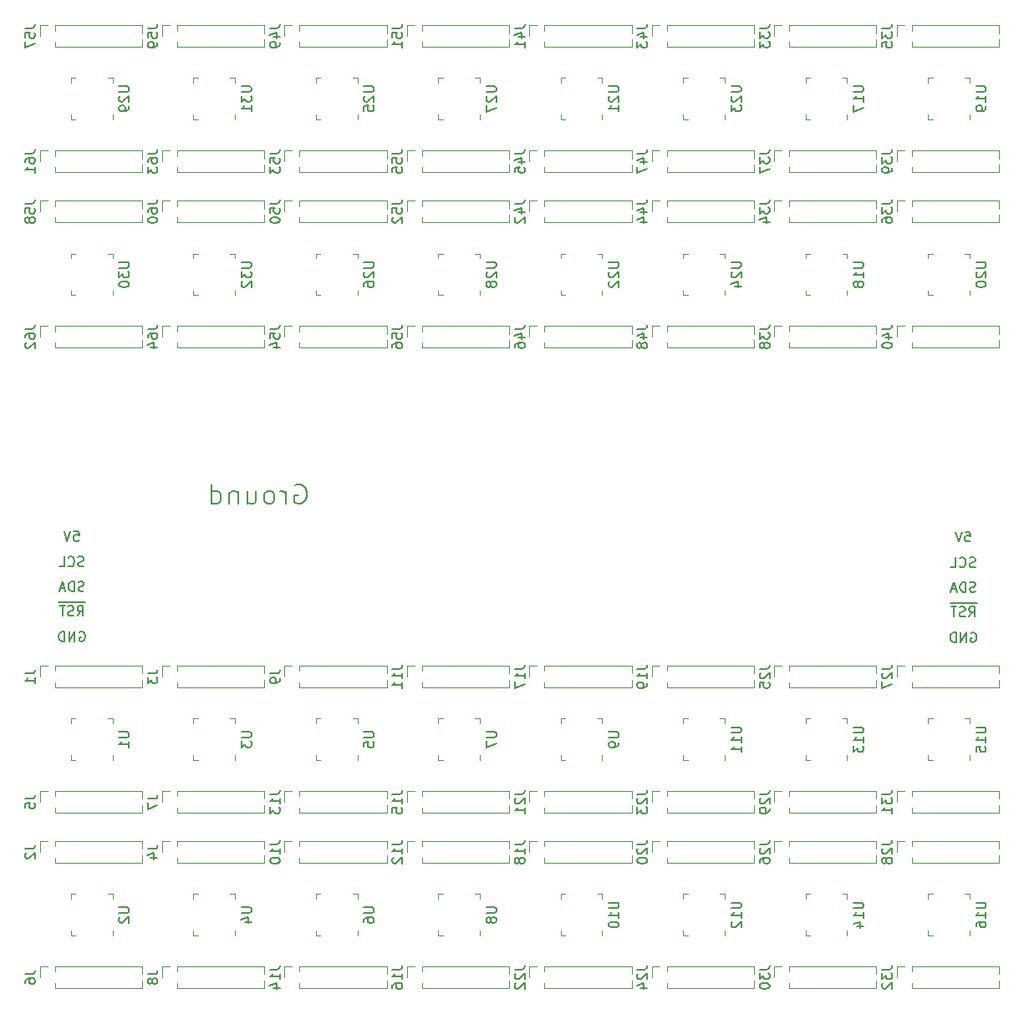
<source format=gbr>
%TF.GenerationSoftware,KiCad,Pcbnew,(5.1.9)-1*%
%TF.CreationDate,2021-03-15T02:11:56+07:00*%
%TF.ProjectId,super_expander,73757065-725f-4657-9870-616e6465722e,1*%
%TF.SameCoordinates,Original*%
%TF.FileFunction,Legend,Bot*%
%TF.FilePolarity,Positive*%
%FSLAX46Y46*%
G04 Gerber Fmt 4.6, Leading zero omitted, Abs format (unit mm)*
G04 Created by KiCad (PCBNEW (5.1.9)-1) date 2021-03-15 02:11:56*
%MOMM*%
%LPD*%
G01*
G04 APERTURE LIST*
%ADD10C,0.200000*%
%ADD11C,0.150000*%
%ADD12C,0.120000*%
G04 APERTURE END LIST*
D10*
X77614285Y-72800000D02*
X77804761Y-72704761D01*
X78090476Y-72704761D01*
X78376190Y-72800000D01*
X78566666Y-72990476D01*
X78661904Y-73180952D01*
X78757142Y-73561904D01*
X78757142Y-73847619D01*
X78661904Y-74228571D01*
X78566666Y-74419047D01*
X78376190Y-74609523D01*
X78090476Y-74704761D01*
X77900000Y-74704761D01*
X77614285Y-74609523D01*
X77519047Y-74514285D01*
X77519047Y-73847619D01*
X77900000Y-73847619D01*
X76661904Y-74704761D02*
X76661904Y-73371428D01*
X76661904Y-73752380D02*
X76566666Y-73561904D01*
X76471428Y-73466666D01*
X76280952Y-73371428D01*
X76090476Y-73371428D01*
X75138095Y-74704761D02*
X75328571Y-74609523D01*
X75423809Y-74514285D01*
X75519047Y-74323809D01*
X75519047Y-73752380D01*
X75423809Y-73561904D01*
X75328571Y-73466666D01*
X75138095Y-73371428D01*
X74852380Y-73371428D01*
X74661904Y-73466666D01*
X74566666Y-73561904D01*
X74471428Y-73752380D01*
X74471428Y-74323809D01*
X74566666Y-74514285D01*
X74661904Y-74609523D01*
X74852380Y-74704761D01*
X75138095Y-74704761D01*
X72757142Y-73371428D02*
X72757142Y-74704761D01*
X73614285Y-73371428D02*
X73614285Y-74419047D01*
X73519047Y-74609523D01*
X73328571Y-74704761D01*
X73042857Y-74704761D01*
X72852380Y-74609523D01*
X72757142Y-74514285D01*
X71804761Y-73371428D02*
X71804761Y-74704761D01*
X71804761Y-73561904D02*
X71709523Y-73466666D01*
X71519047Y-73371428D01*
X71233333Y-73371428D01*
X71042857Y-73466666D01*
X70947619Y-73657142D01*
X70947619Y-74704761D01*
X69138095Y-74704761D02*
X69138095Y-72704761D01*
X69138095Y-74609523D02*
X69328571Y-74704761D01*
X69709523Y-74704761D01*
X69900000Y-74609523D01*
X69995238Y-74514285D01*
X70090476Y-74323809D01*
X70090476Y-73752380D01*
X69995238Y-73561904D01*
X69900000Y-73466666D01*
X69709523Y-73371428D01*
X69328571Y-73371428D01*
X69138095Y-73466666D01*
D11*
X145490476Y-77532380D02*
X145966666Y-77532380D01*
X146014285Y-78008571D01*
X145966666Y-77960952D01*
X145871428Y-77913333D01*
X145633333Y-77913333D01*
X145538095Y-77960952D01*
X145490476Y-78008571D01*
X145442857Y-78103809D01*
X145442857Y-78341904D01*
X145490476Y-78437142D01*
X145538095Y-78484761D01*
X145633333Y-78532380D01*
X145871428Y-78532380D01*
X145966666Y-78484761D01*
X146014285Y-78437142D01*
X145157142Y-77532380D02*
X144823809Y-78532380D01*
X144490476Y-77532380D01*
X146657142Y-84765000D02*
X145657142Y-84765000D01*
X145847619Y-86132380D02*
X146180952Y-85656190D01*
X146419047Y-86132380D02*
X146419047Y-85132380D01*
X146038095Y-85132380D01*
X145942857Y-85180000D01*
X145895238Y-85227619D01*
X145847619Y-85322857D01*
X145847619Y-85465714D01*
X145895238Y-85560952D01*
X145942857Y-85608571D01*
X146038095Y-85656190D01*
X146419047Y-85656190D01*
X145657142Y-84765000D02*
X144704761Y-84765000D01*
X145466666Y-86084761D02*
X145323809Y-86132380D01*
X145085714Y-86132380D01*
X144990476Y-86084761D01*
X144942857Y-86037142D01*
X144895238Y-85941904D01*
X144895238Y-85846666D01*
X144942857Y-85751428D01*
X144990476Y-85703809D01*
X145085714Y-85656190D01*
X145276190Y-85608571D01*
X145371428Y-85560952D01*
X145419047Y-85513333D01*
X145466666Y-85418095D01*
X145466666Y-85322857D01*
X145419047Y-85227619D01*
X145371428Y-85180000D01*
X145276190Y-85132380D01*
X145038095Y-85132380D01*
X144895238Y-85180000D01*
X144704761Y-84765000D02*
X143942857Y-84765000D01*
X144609523Y-85132380D02*
X144038095Y-85132380D01*
X144323809Y-86132380D02*
X144323809Y-85132380D01*
X146514285Y-83584761D02*
X146371428Y-83632380D01*
X146133333Y-83632380D01*
X146038095Y-83584761D01*
X145990476Y-83537142D01*
X145942857Y-83441904D01*
X145942857Y-83346666D01*
X145990476Y-83251428D01*
X146038095Y-83203809D01*
X146133333Y-83156190D01*
X146323809Y-83108571D01*
X146419047Y-83060952D01*
X146466666Y-83013333D01*
X146514285Y-82918095D01*
X146514285Y-82822857D01*
X146466666Y-82727619D01*
X146419047Y-82680000D01*
X146323809Y-82632380D01*
X146085714Y-82632380D01*
X145942857Y-82680000D01*
X145514285Y-83632380D02*
X145514285Y-82632380D01*
X145276190Y-82632380D01*
X145133333Y-82680000D01*
X145038095Y-82775238D01*
X144990476Y-82870476D01*
X144942857Y-83060952D01*
X144942857Y-83203809D01*
X144990476Y-83394285D01*
X145038095Y-83489523D01*
X145133333Y-83584761D01*
X145276190Y-83632380D01*
X145514285Y-83632380D01*
X144561904Y-83346666D02*
X144085714Y-83346666D01*
X144657142Y-83632380D02*
X144323809Y-82632380D01*
X143990476Y-83632380D01*
X146490476Y-81084761D02*
X146347619Y-81132380D01*
X146109523Y-81132380D01*
X146014285Y-81084761D01*
X145966666Y-81037142D01*
X145919047Y-80941904D01*
X145919047Y-80846666D01*
X145966666Y-80751428D01*
X146014285Y-80703809D01*
X146109523Y-80656190D01*
X146300000Y-80608571D01*
X146395238Y-80560952D01*
X146442857Y-80513333D01*
X146490476Y-80418095D01*
X146490476Y-80322857D01*
X146442857Y-80227619D01*
X146395238Y-80180000D01*
X146300000Y-80132380D01*
X146061904Y-80132380D01*
X145919047Y-80180000D01*
X144919047Y-81037142D02*
X144966666Y-81084761D01*
X145109523Y-81132380D01*
X145204761Y-81132380D01*
X145347619Y-81084761D01*
X145442857Y-80989523D01*
X145490476Y-80894285D01*
X145538095Y-80703809D01*
X145538095Y-80560952D01*
X145490476Y-80370476D01*
X145442857Y-80275238D01*
X145347619Y-80180000D01*
X145204761Y-80132380D01*
X145109523Y-80132380D01*
X144966666Y-80180000D01*
X144919047Y-80227619D01*
X144014285Y-81132380D02*
X144490476Y-81132380D01*
X144490476Y-80132380D01*
X146061904Y-87780000D02*
X146157142Y-87732380D01*
X146300000Y-87732380D01*
X146442857Y-87780000D01*
X146538095Y-87875238D01*
X146585714Y-87970476D01*
X146633333Y-88160952D01*
X146633333Y-88303809D01*
X146585714Y-88494285D01*
X146538095Y-88589523D01*
X146442857Y-88684761D01*
X146300000Y-88732380D01*
X146204761Y-88732380D01*
X146061904Y-88684761D01*
X146014285Y-88637142D01*
X146014285Y-88303809D01*
X146204761Y-88303809D01*
X145585714Y-88732380D02*
X145585714Y-87732380D01*
X145014285Y-88732380D01*
X145014285Y-87732380D01*
X144538095Y-88732380D02*
X144538095Y-87732380D01*
X144300000Y-87732380D01*
X144157142Y-87780000D01*
X144061904Y-87875238D01*
X144014285Y-87970476D01*
X143966666Y-88160952D01*
X143966666Y-88303809D01*
X144014285Y-88494285D01*
X144061904Y-88589523D01*
X144157142Y-88684761D01*
X144300000Y-88732380D01*
X144538095Y-88732380D01*
X55761904Y-87700000D02*
X55857142Y-87652380D01*
X56000000Y-87652380D01*
X56142857Y-87700000D01*
X56238095Y-87795238D01*
X56285714Y-87890476D01*
X56333333Y-88080952D01*
X56333333Y-88223809D01*
X56285714Y-88414285D01*
X56238095Y-88509523D01*
X56142857Y-88604761D01*
X56000000Y-88652380D01*
X55904761Y-88652380D01*
X55761904Y-88604761D01*
X55714285Y-88557142D01*
X55714285Y-88223809D01*
X55904761Y-88223809D01*
X55285714Y-88652380D02*
X55285714Y-87652380D01*
X54714285Y-88652380D01*
X54714285Y-87652380D01*
X54238095Y-88652380D02*
X54238095Y-87652380D01*
X54000000Y-87652380D01*
X53857142Y-87700000D01*
X53761904Y-87795238D01*
X53714285Y-87890476D01*
X53666666Y-88080952D01*
X53666666Y-88223809D01*
X53714285Y-88414285D01*
X53761904Y-88509523D01*
X53857142Y-88604761D01*
X54000000Y-88652380D01*
X54238095Y-88652380D01*
X56357142Y-84685000D02*
X55357142Y-84685000D01*
X55547619Y-86052380D02*
X55880952Y-85576190D01*
X56119047Y-86052380D02*
X56119047Y-85052380D01*
X55738095Y-85052380D01*
X55642857Y-85100000D01*
X55595238Y-85147619D01*
X55547619Y-85242857D01*
X55547619Y-85385714D01*
X55595238Y-85480952D01*
X55642857Y-85528571D01*
X55738095Y-85576190D01*
X56119047Y-85576190D01*
X55357142Y-84685000D02*
X54404761Y-84685000D01*
X55166666Y-86004761D02*
X55023809Y-86052380D01*
X54785714Y-86052380D01*
X54690476Y-86004761D01*
X54642857Y-85957142D01*
X54595238Y-85861904D01*
X54595238Y-85766666D01*
X54642857Y-85671428D01*
X54690476Y-85623809D01*
X54785714Y-85576190D01*
X54976190Y-85528571D01*
X55071428Y-85480952D01*
X55119047Y-85433333D01*
X55166666Y-85338095D01*
X55166666Y-85242857D01*
X55119047Y-85147619D01*
X55071428Y-85100000D01*
X54976190Y-85052380D01*
X54738095Y-85052380D01*
X54595238Y-85100000D01*
X54404761Y-84685000D02*
X53642857Y-84685000D01*
X54309523Y-85052380D02*
X53738095Y-85052380D01*
X54023809Y-86052380D02*
X54023809Y-85052380D01*
X56214285Y-83504761D02*
X56071428Y-83552380D01*
X55833333Y-83552380D01*
X55738095Y-83504761D01*
X55690476Y-83457142D01*
X55642857Y-83361904D01*
X55642857Y-83266666D01*
X55690476Y-83171428D01*
X55738095Y-83123809D01*
X55833333Y-83076190D01*
X56023809Y-83028571D01*
X56119047Y-82980952D01*
X56166666Y-82933333D01*
X56214285Y-82838095D01*
X56214285Y-82742857D01*
X56166666Y-82647619D01*
X56119047Y-82600000D01*
X56023809Y-82552380D01*
X55785714Y-82552380D01*
X55642857Y-82600000D01*
X55214285Y-83552380D02*
X55214285Y-82552380D01*
X54976190Y-82552380D01*
X54833333Y-82600000D01*
X54738095Y-82695238D01*
X54690476Y-82790476D01*
X54642857Y-82980952D01*
X54642857Y-83123809D01*
X54690476Y-83314285D01*
X54738095Y-83409523D01*
X54833333Y-83504761D01*
X54976190Y-83552380D01*
X55214285Y-83552380D01*
X54261904Y-83266666D02*
X53785714Y-83266666D01*
X54357142Y-83552380D02*
X54023809Y-82552380D01*
X53690476Y-83552380D01*
X56190476Y-81004761D02*
X56047619Y-81052380D01*
X55809523Y-81052380D01*
X55714285Y-81004761D01*
X55666666Y-80957142D01*
X55619047Y-80861904D01*
X55619047Y-80766666D01*
X55666666Y-80671428D01*
X55714285Y-80623809D01*
X55809523Y-80576190D01*
X56000000Y-80528571D01*
X56095238Y-80480952D01*
X56142857Y-80433333D01*
X56190476Y-80338095D01*
X56190476Y-80242857D01*
X56142857Y-80147619D01*
X56095238Y-80100000D01*
X56000000Y-80052380D01*
X55761904Y-80052380D01*
X55619047Y-80100000D01*
X54619047Y-80957142D02*
X54666666Y-81004761D01*
X54809523Y-81052380D01*
X54904761Y-81052380D01*
X55047619Y-81004761D01*
X55142857Y-80909523D01*
X55190476Y-80814285D01*
X55238095Y-80623809D01*
X55238095Y-80480952D01*
X55190476Y-80290476D01*
X55142857Y-80195238D01*
X55047619Y-80100000D01*
X54904761Y-80052380D01*
X54809523Y-80052380D01*
X54666666Y-80100000D01*
X54619047Y-80147619D01*
X53714285Y-81052380D02*
X54190476Y-81052380D01*
X54190476Y-80052380D01*
X55190476Y-77452380D02*
X55666666Y-77452380D01*
X55714285Y-77928571D01*
X55666666Y-77880952D01*
X55571428Y-77833333D01*
X55333333Y-77833333D01*
X55238095Y-77880952D01*
X55190476Y-77928571D01*
X55142857Y-78023809D01*
X55142857Y-78261904D01*
X55190476Y-78357142D01*
X55238095Y-78404761D01*
X55333333Y-78452380D01*
X55571428Y-78452380D01*
X55666666Y-78404761D01*
X55714285Y-78357142D01*
X54857142Y-77452380D02*
X54523809Y-78452380D01*
X54190476Y-77452380D01*
D12*
%TO.C,U24*%
X121110000Y-49805000D02*
X121110000Y-49330000D01*
X121110000Y-49330000D02*
X120635000Y-49330000D01*
X116890000Y-53075000D02*
X116890000Y-53550000D01*
X116890000Y-53550000D02*
X117365000Y-53550000D01*
X116890000Y-49805000D02*
X116890000Y-49330000D01*
X116890000Y-49330000D02*
X117365000Y-49330000D01*
X121110000Y-53075000D02*
X121110000Y-53550000D01*
%TO.C,J20*%
X124085000Y-108890000D02*
X124085000Y-109692470D01*
X124085000Y-110307530D02*
X124085000Y-111110000D01*
X115260000Y-108890000D02*
X124085000Y-108890000D01*
X115260000Y-111110000D02*
X124085000Y-111110000D01*
X115260000Y-108890000D02*
X115260000Y-109436529D01*
X115260000Y-110563471D02*
X115260000Y-111110000D01*
X114500000Y-108890000D02*
X113740000Y-108890000D01*
X113740000Y-108890000D02*
X113740000Y-110000000D01*
%TO.C,U16*%
X145910000Y-114715000D02*
X145910000Y-114240000D01*
X145910000Y-114240000D02*
X145435000Y-114240000D01*
X141690000Y-117985000D02*
X141690000Y-118460000D01*
X141690000Y-118460000D02*
X142165000Y-118460000D01*
X141690000Y-114715000D02*
X141690000Y-114240000D01*
X141690000Y-114240000D02*
X142165000Y-114240000D01*
X145910000Y-117985000D02*
X145910000Y-118460000D01*
%TO.C,U32*%
X71510000Y-49805000D02*
X71510000Y-49330000D01*
X71510000Y-49330000D02*
X71035000Y-49330000D01*
X67290000Y-53075000D02*
X67290000Y-53550000D01*
X67290000Y-53550000D02*
X67765000Y-53550000D01*
X67290000Y-49805000D02*
X67290000Y-49330000D01*
X67290000Y-49330000D02*
X67765000Y-49330000D01*
X71510000Y-53075000D02*
X71510000Y-53550000D01*
%TO.C,U31*%
X71510000Y-31975000D02*
X71510000Y-31500000D01*
X71510000Y-31500000D02*
X71035000Y-31500000D01*
X67290000Y-35245000D02*
X67290000Y-35720000D01*
X67290000Y-35720000D02*
X67765000Y-35720000D01*
X67290000Y-31975000D02*
X67290000Y-31500000D01*
X67290000Y-31500000D02*
X67765000Y-31500000D01*
X71510000Y-35245000D02*
X71510000Y-35720000D01*
%TO.C,U30*%
X59110000Y-49805000D02*
X59110000Y-49330000D01*
X59110000Y-49330000D02*
X58635000Y-49330000D01*
X54890000Y-53075000D02*
X54890000Y-53550000D01*
X54890000Y-53550000D02*
X55365000Y-53550000D01*
X54890000Y-49805000D02*
X54890000Y-49330000D01*
X54890000Y-49330000D02*
X55365000Y-49330000D01*
X59110000Y-53075000D02*
X59110000Y-53550000D01*
%TO.C,U29*%
X59110000Y-31975000D02*
X59110000Y-31500000D01*
X59110000Y-31500000D02*
X58635000Y-31500000D01*
X54890000Y-35245000D02*
X54890000Y-35720000D01*
X54890000Y-35720000D02*
X55365000Y-35720000D01*
X54890000Y-31975000D02*
X54890000Y-31500000D01*
X54890000Y-31500000D02*
X55365000Y-31500000D01*
X59110000Y-35245000D02*
X59110000Y-35720000D01*
%TO.C,U28*%
X96310000Y-49805000D02*
X96310000Y-49330000D01*
X96310000Y-49330000D02*
X95835000Y-49330000D01*
X92090000Y-53075000D02*
X92090000Y-53550000D01*
X92090000Y-53550000D02*
X92565000Y-53550000D01*
X92090000Y-49805000D02*
X92090000Y-49330000D01*
X92090000Y-49330000D02*
X92565000Y-49330000D01*
X96310000Y-53075000D02*
X96310000Y-53550000D01*
%TO.C,U27*%
X96310000Y-31975000D02*
X96310000Y-31500000D01*
X96310000Y-31500000D02*
X95835000Y-31500000D01*
X92090000Y-35245000D02*
X92090000Y-35720000D01*
X92090000Y-35720000D02*
X92565000Y-35720000D01*
X92090000Y-31975000D02*
X92090000Y-31500000D01*
X92090000Y-31500000D02*
X92565000Y-31500000D01*
X96310000Y-35245000D02*
X96310000Y-35720000D01*
%TO.C,U26*%
X83910000Y-49805000D02*
X83910000Y-49330000D01*
X83910000Y-49330000D02*
X83435000Y-49330000D01*
X79690000Y-53075000D02*
X79690000Y-53550000D01*
X79690000Y-53550000D02*
X80165000Y-53550000D01*
X79690000Y-49805000D02*
X79690000Y-49330000D01*
X79690000Y-49330000D02*
X80165000Y-49330000D01*
X83910000Y-53075000D02*
X83910000Y-53550000D01*
%TO.C,U25*%
X83910000Y-31975000D02*
X83910000Y-31500000D01*
X83910000Y-31500000D02*
X83435000Y-31500000D01*
X79690000Y-35245000D02*
X79690000Y-35720000D01*
X79690000Y-35720000D02*
X80165000Y-35720000D01*
X79690000Y-31975000D02*
X79690000Y-31500000D01*
X79690000Y-31500000D02*
X80165000Y-31500000D01*
X83910000Y-35245000D02*
X83910000Y-35720000D01*
%TO.C,U23*%
X121110000Y-31975000D02*
X121110000Y-31500000D01*
X121110000Y-31500000D02*
X120635000Y-31500000D01*
X116890000Y-35245000D02*
X116890000Y-35720000D01*
X116890000Y-35720000D02*
X117365000Y-35720000D01*
X116890000Y-31975000D02*
X116890000Y-31500000D01*
X116890000Y-31500000D02*
X117365000Y-31500000D01*
X121110000Y-35245000D02*
X121110000Y-35720000D01*
%TO.C,U22*%
X108710000Y-49805000D02*
X108710000Y-49330000D01*
X108710000Y-49330000D02*
X108235000Y-49330000D01*
X104490000Y-53075000D02*
X104490000Y-53550000D01*
X104490000Y-53550000D02*
X104965000Y-53550000D01*
X104490000Y-49805000D02*
X104490000Y-49330000D01*
X104490000Y-49330000D02*
X104965000Y-49330000D01*
X108710000Y-53075000D02*
X108710000Y-53550000D01*
%TO.C,U21*%
X108710000Y-31975000D02*
X108710000Y-31500000D01*
X108710000Y-31500000D02*
X108235000Y-31500000D01*
X104490000Y-35245000D02*
X104490000Y-35720000D01*
X104490000Y-35720000D02*
X104965000Y-35720000D01*
X104490000Y-31975000D02*
X104490000Y-31500000D01*
X104490000Y-31500000D02*
X104965000Y-31500000D01*
X108710000Y-35245000D02*
X108710000Y-35720000D01*
%TO.C,U20*%
X145910000Y-49805000D02*
X145910000Y-49330000D01*
X145910000Y-49330000D02*
X145435000Y-49330000D01*
X141690000Y-53075000D02*
X141690000Y-53550000D01*
X141690000Y-53550000D02*
X142165000Y-53550000D01*
X141690000Y-49805000D02*
X141690000Y-49330000D01*
X141690000Y-49330000D02*
X142165000Y-49330000D01*
X145910000Y-53075000D02*
X145910000Y-53550000D01*
%TO.C,U19*%
X145910000Y-31975000D02*
X145910000Y-31500000D01*
X145910000Y-31500000D02*
X145435000Y-31500000D01*
X141690000Y-35245000D02*
X141690000Y-35720000D01*
X141690000Y-35720000D02*
X142165000Y-35720000D01*
X141690000Y-31975000D02*
X141690000Y-31500000D01*
X141690000Y-31500000D02*
X142165000Y-31500000D01*
X145910000Y-35245000D02*
X145910000Y-35720000D01*
%TO.C,U18*%
X133510000Y-49805000D02*
X133510000Y-49330000D01*
X133510000Y-49330000D02*
X133035000Y-49330000D01*
X129290000Y-53075000D02*
X129290000Y-53550000D01*
X129290000Y-53550000D02*
X129765000Y-53550000D01*
X129290000Y-49805000D02*
X129290000Y-49330000D01*
X129290000Y-49330000D02*
X129765000Y-49330000D01*
X133510000Y-53075000D02*
X133510000Y-53550000D01*
%TO.C,U17*%
X133510000Y-31975000D02*
X133510000Y-31500000D01*
X133510000Y-31500000D02*
X133035000Y-31500000D01*
X129290000Y-35245000D02*
X129290000Y-35720000D01*
X129290000Y-35720000D02*
X129765000Y-35720000D01*
X129290000Y-31975000D02*
X129290000Y-31500000D01*
X129290000Y-31500000D02*
X129765000Y-31500000D01*
X133510000Y-35245000D02*
X133510000Y-35720000D01*
%TO.C,U15*%
X145910000Y-96935000D02*
X145910000Y-96460000D01*
X145910000Y-96460000D02*
X145435000Y-96460000D01*
X141690000Y-100205000D02*
X141690000Y-100680000D01*
X141690000Y-100680000D02*
X142165000Y-100680000D01*
X141690000Y-96935000D02*
X141690000Y-96460000D01*
X141690000Y-96460000D02*
X142165000Y-96460000D01*
X145910000Y-100205000D02*
X145910000Y-100680000D01*
%TO.C,U14*%
X133510000Y-114715000D02*
X133510000Y-114240000D01*
X133510000Y-114240000D02*
X133035000Y-114240000D01*
X129290000Y-117985000D02*
X129290000Y-118460000D01*
X129290000Y-118460000D02*
X129765000Y-118460000D01*
X129290000Y-114715000D02*
X129290000Y-114240000D01*
X129290000Y-114240000D02*
X129765000Y-114240000D01*
X133510000Y-117985000D02*
X133510000Y-118460000D01*
%TO.C,U13*%
X133510000Y-96935000D02*
X133510000Y-96460000D01*
X133510000Y-96460000D02*
X133035000Y-96460000D01*
X129290000Y-100205000D02*
X129290000Y-100680000D01*
X129290000Y-100680000D02*
X129765000Y-100680000D01*
X129290000Y-96935000D02*
X129290000Y-96460000D01*
X129290000Y-96460000D02*
X129765000Y-96460000D01*
X133510000Y-100205000D02*
X133510000Y-100680000D01*
%TO.C,U12*%
X121110000Y-114715000D02*
X121110000Y-114240000D01*
X121110000Y-114240000D02*
X120635000Y-114240000D01*
X116890000Y-117985000D02*
X116890000Y-118460000D01*
X116890000Y-118460000D02*
X117365000Y-118460000D01*
X116890000Y-114715000D02*
X116890000Y-114240000D01*
X116890000Y-114240000D02*
X117365000Y-114240000D01*
X121110000Y-117985000D02*
X121110000Y-118460000D01*
%TO.C,U11*%
X121110000Y-96935000D02*
X121110000Y-96460000D01*
X121110000Y-96460000D02*
X120635000Y-96460000D01*
X116890000Y-100205000D02*
X116890000Y-100680000D01*
X116890000Y-100680000D02*
X117365000Y-100680000D01*
X116890000Y-96935000D02*
X116890000Y-96460000D01*
X116890000Y-96460000D02*
X117365000Y-96460000D01*
X121110000Y-100205000D02*
X121110000Y-100680000D01*
%TO.C,U10*%
X108710000Y-114715000D02*
X108710000Y-114240000D01*
X108710000Y-114240000D02*
X108235000Y-114240000D01*
X104490000Y-117985000D02*
X104490000Y-118460000D01*
X104490000Y-118460000D02*
X104965000Y-118460000D01*
X104490000Y-114715000D02*
X104490000Y-114240000D01*
X104490000Y-114240000D02*
X104965000Y-114240000D01*
X108710000Y-117985000D02*
X108710000Y-118460000D01*
%TO.C,U9*%
X108710000Y-96935000D02*
X108710000Y-96460000D01*
X108710000Y-96460000D02*
X108235000Y-96460000D01*
X104490000Y-100205000D02*
X104490000Y-100680000D01*
X104490000Y-100680000D02*
X104965000Y-100680000D01*
X104490000Y-96935000D02*
X104490000Y-96460000D01*
X104490000Y-96460000D02*
X104965000Y-96460000D01*
X108710000Y-100205000D02*
X108710000Y-100680000D01*
%TO.C,U8*%
X96310000Y-114715000D02*
X96310000Y-114240000D01*
X96310000Y-114240000D02*
X95835000Y-114240000D01*
X92090000Y-117985000D02*
X92090000Y-118460000D01*
X92090000Y-118460000D02*
X92565000Y-118460000D01*
X92090000Y-114715000D02*
X92090000Y-114240000D01*
X92090000Y-114240000D02*
X92565000Y-114240000D01*
X96310000Y-117985000D02*
X96310000Y-118460000D01*
%TO.C,U7*%
X96310000Y-96935000D02*
X96310000Y-96460000D01*
X96310000Y-96460000D02*
X95835000Y-96460000D01*
X92090000Y-100205000D02*
X92090000Y-100680000D01*
X92090000Y-100680000D02*
X92565000Y-100680000D01*
X92090000Y-96935000D02*
X92090000Y-96460000D01*
X92090000Y-96460000D02*
X92565000Y-96460000D01*
X96310000Y-100205000D02*
X96310000Y-100680000D01*
%TO.C,U6*%
X83910000Y-114715000D02*
X83910000Y-114240000D01*
X83910000Y-114240000D02*
X83435000Y-114240000D01*
X79690000Y-117985000D02*
X79690000Y-118460000D01*
X79690000Y-118460000D02*
X80165000Y-118460000D01*
X79690000Y-114715000D02*
X79690000Y-114240000D01*
X79690000Y-114240000D02*
X80165000Y-114240000D01*
X83910000Y-117985000D02*
X83910000Y-118460000D01*
%TO.C,U5*%
X83910000Y-96935000D02*
X83910000Y-96460000D01*
X83910000Y-96460000D02*
X83435000Y-96460000D01*
X79690000Y-100205000D02*
X79690000Y-100680000D01*
X79690000Y-100680000D02*
X80165000Y-100680000D01*
X79690000Y-96935000D02*
X79690000Y-96460000D01*
X79690000Y-96460000D02*
X80165000Y-96460000D01*
X83910000Y-100205000D02*
X83910000Y-100680000D01*
%TO.C,U4*%
X71510000Y-114715000D02*
X71510000Y-114240000D01*
X71510000Y-114240000D02*
X71035000Y-114240000D01*
X67290000Y-117985000D02*
X67290000Y-118460000D01*
X67290000Y-118460000D02*
X67765000Y-118460000D01*
X67290000Y-114715000D02*
X67290000Y-114240000D01*
X67290000Y-114240000D02*
X67765000Y-114240000D01*
X71510000Y-117985000D02*
X71510000Y-118460000D01*
%TO.C,U3*%
X71510000Y-96935000D02*
X71510000Y-96460000D01*
X71510000Y-96460000D02*
X71035000Y-96460000D01*
X67290000Y-100205000D02*
X67290000Y-100680000D01*
X67290000Y-100680000D02*
X67765000Y-100680000D01*
X67290000Y-96935000D02*
X67290000Y-96460000D01*
X67290000Y-96460000D02*
X67765000Y-96460000D01*
X71510000Y-100205000D02*
X71510000Y-100680000D01*
%TO.C,U2*%
X59110000Y-114715000D02*
X59110000Y-114240000D01*
X59110000Y-114240000D02*
X58635000Y-114240000D01*
X54890000Y-117985000D02*
X54890000Y-118460000D01*
X54890000Y-118460000D02*
X55365000Y-118460000D01*
X54890000Y-114715000D02*
X54890000Y-114240000D01*
X54890000Y-114240000D02*
X55365000Y-114240000D01*
X59110000Y-117985000D02*
X59110000Y-118460000D01*
%TO.C,U1*%
X59110000Y-100205000D02*
X59110000Y-100680000D01*
X54890000Y-96460000D02*
X55365000Y-96460000D01*
X54890000Y-96935000D02*
X54890000Y-96460000D01*
X54890000Y-100680000D02*
X55365000Y-100680000D01*
X54890000Y-100205000D02*
X54890000Y-100680000D01*
X59110000Y-96460000D02*
X58635000Y-96460000D01*
X59110000Y-96935000D02*
X59110000Y-96460000D01*
%TO.C,J64*%
X74485000Y-56670000D02*
X74485000Y-57472470D01*
X74485000Y-58087530D02*
X74485000Y-58890000D01*
X65660000Y-56670000D02*
X74485000Y-56670000D01*
X65660000Y-58890000D02*
X74485000Y-58890000D01*
X65660000Y-56670000D02*
X65660000Y-57216529D01*
X65660000Y-58343471D02*
X65660000Y-58890000D01*
X64900000Y-56670000D02*
X64140000Y-56670000D01*
X64140000Y-56670000D02*
X64140000Y-57780000D01*
%TO.C,J63*%
X74485000Y-38890000D02*
X74485000Y-39692470D01*
X74485000Y-40307530D02*
X74485000Y-41110000D01*
X65660000Y-38890000D02*
X74485000Y-38890000D01*
X65660000Y-41110000D02*
X74485000Y-41110000D01*
X65660000Y-38890000D02*
X65660000Y-39436529D01*
X65660000Y-40563471D02*
X65660000Y-41110000D01*
X64900000Y-38890000D02*
X64140000Y-38890000D01*
X64140000Y-38890000D02*
X64140000Y-40000000D01*
%TO.C,J62*%
X62085000Y-56670000D02*
X62085000Y-57472470D01*
X62085000Y-58087530D02*
X62085000Y-58890000D01*
X53260000Y-56670000D02*
X62085000Y-56670000D01*
X53260000Y-58890000D02*
X62085000Y-58890000D01*
X53260000Y-56670000D02*
X53260000Y-57216529D01*
X53260000Y-58343471D02*
X53260000Y-58890000D01*
X52500000Y-56670000D02*
X51740000Y-56670000D01*
X51740000Y-56670000D02*
X51740000Y-57780000D01*
%TO.C,J61*%
X62085000Y-38890000D02*
X62085000Y-39692470D01*
X62085000Y-40307530D02*
X62085000Y-41110000D01*
X53260000Y-38890000D02*
X62085000Y-38890000D01*
X53260000Y-41110000D02*
X62085000Y-41110000D01*
X53260000Y-38890000D02*
X53260000Y-39436529D01*
X53260000Y-40563471D02*
X53260000Y-41110000D01*
X52500000Y-38890000D02*
X51740000Y-38890000D01*
X51740000Y-38890000D02*
X51740000Y-40000000D01*
%TO.C,J60*%
X74485000Y-43970000D02*
X74485000Y-44772470D01*
X74485000Y-45387530D02*
X74485000Y-46190000D01*
X65660000Y-43970000D02*
X74485000Y-43970000D01*
X65660000Y-46190000D02*
X74485000Y-46190000D01*
X65660000Y-43970000D02*
X65660000Y-44516529D01*
X65660000Y-45643471D02*
X65660000Y-46190000D01*
X64900000Y-43970000D02*
X64140000Y-43970000D01*
X64140000Y-43970000D02*
X64140000Y-45080000D01*
%TO.C,J59*%
X74485000Y-26190000D02*
X74485000Y-26992470D01*
X74485000Y-27607530D02*
X74485000Y-28410000D01*
X65660000Y-26190000D02*
X74485000Y-26190000D01*
X65660000Y-28410000D02*
X74485000Y-28410000D01*
X65660000Y-26190000D02*
X65660000Y-26736529D01*
X65660000Y-27863471D02*
X65660000Y-28410000D01*
X64900000Y-26190000D02*
X64140000Y-26190000D01*
X64140000Y-26190000D02*
X64140000Y-27300000D01*
%TO.C,J58*%
X62085000Y-43970000D02*
X62085000Y-44772470D01*
X62085000Y-45387530D02*
X62085000Y-46190000D01*
X53260000Y-43970000D02*
X62085000Y-43970000D01*
X53260000Y-46190000D02*
X62085000Y-46190000D01*
X53260000Y-43970000D02*
X53260000Y-44516529D01*
X53260000Y-45643471D02*
X53260000Y-46190000D01*
X52500000Y-43970000D02*
X51740000Y-43970000D01*
X51740000Y-43970000D02*
X51740000Y-45080000D01*
%TO.C,J57*%
X62085000Y-26190000D02*
X62085000Y-26992470D01*
X62085000Y-27607530D02*
X62085000Y-28410000D01*
X53260000Y-26190000D02*
X62085000Y-26190000D01*
X53260000Y-28410000D02*
X62085000Y-28410000D01*
X53260000Y-26190000D02*
X53260000Y-26736529D01*
X53260000Y-27863471D02*
X53260000Y-28410000D01*
X52500000Y-26190000D02*
X51740000Y-26190000D01*
X51740000Y-26190000D02*
X51740000Y-27300000D01*
%TO.C,J56*%
X99285000Y-56670000D02*
X99285000Y-57472470D01*
X99285000Y-58087530D02*
X99285000Y-58890000D01*
X90460000Y-56670000D02*
X99285000Y-56670000D01*
X90460000Y-58890000D02*
X99285000Y-58890000D01*
X90460000Y-56670000D02*
X90460000Y-57216529D01*
X90460000Y-58343471D02*
X90460000Y-58890000D01*
X89700000Y-56670000D02*
X88940000Y-56670000D01*
X88940000Y-56670000D02*
X88940000Y-57780000D01*
%TO.C,J55*%
X99285000Y-38890000D02*
X99285000Y-39692470D01*
X99285000Y-40307530D02*
X99285000Y-41110000D01*
X90460000Y-38890000D02*
X99285000Y-38890000D01*
X90460000Y-41110000D02*
X99285000Y-41110000D01*
X90460000Y-38890000D02*
X90460000Y-39436529D01*
X90460000Y-40563471D02*
X90460000Y-41110000D01*
X89700000Y-38890000D02*
X88940000Y-38890000D01*
X88940000Y-38890000D02*
X88940000Y-40000000D01*
%TO.C,J54*%
X86885000Y-56670000D02*
X86885000Y-57472470D01*
X86885000Y-58087530D02*
X86885000Y-58890000D01*
X78060000Y-56670000D02*
X86885000Y-56670000D01*
X78060000Y-58890000D02*
X86885000Y-58890000D01*
X78060000Y-56670000D02*
X78060000Y-57216529D01*
X78060000Y-58343471D02*
X78060000Y-58890000D01*
X77300000Y-56670000D02*
X76540000Y-56670000D01*
X76540000Y-56670000D02*
X76540000Y-57780000D01*
%TO.C,J53*%
X86885000Y-38890000D02*
X86885000Y-39692470D01*
X86885000Y-40307530D02*
X86885000Y-41110000D01*
X78060000Y-38890000D02*
X86885000Y-38890000D01*
X78060000Y-41110000D02*
X86885000Y-41110000D01*
X78060000Y-38890000D02*
X78060000Y-39436529D01*
X78060000Y-40563471D02*
X78060000Y-41110000D01*
X77300000Y-38890000D02*
X76540000Y-38890000D01*
X76540000Y-38890000D02*
X76540000Y-40000000D01*
%TO.C,J52*%
X99285000Y-43970000D02*
X99285000Y-44772470D01*
X99285000Y-45387530D02*
X99285000Y-46190000D01*
X90460000Y-43970000D02*
X99285000Y-43970000D01*
X90460000Y-46190000D02*
X99285000Y-46190000D01*
X90460000Y-43970000D02*
X90460000Y-44516529D01*
X90460000Y-45643471D02*
X90460000Y-46190000D01*
X89700000Y-43970000D02*
X88940000Y-43970000D01*
X88940000Y-43970000D02*
X88940000Y-45080000D01*
%TO.C,J51*%
X99285000Y-26190000D02*
X99285000Y-26992470D01*
X99285000Y-27607530D02*
X99285000Y-28410000D01*
X90460000Y-26190000D02*
X99285000Y-26190000D01*
X90460000Y-28410000D02*
X99285000Y-28410000D01*
X90460000Y-26190000D02*
X90460000Y-26736529D01*
X90460000Y-27863471D02*
X90460000Y-28410000D01*
X89700000Y-26190000D02*
X88940000Y-26190000D01*
X88940000Y-26190000D02*
X88940000Y-27300000D01*
%TO.C,J50*%
X86885000Y-43970000D02*
X86885000Y-44772470D01*
X86885000Y-45387530D02*
X86885000Y-46190000D01*
X78060000Y-43970000D02*
X86885000Y-43970000D01*
X78060000Y-46190000D02*
X86885000Y-46190000D01*
X78060000Y-43970000D02*
X78060000Y-44516529D01*
X78060000Y-45643471D02*
X78060000Y-46190000D01*
X77300000Y-43970000D02*
X76540000Y-43970000D01*
X76540000Y-43970000D02*
X76540000Y-45080000D01*
%TO.C,J49*%
X86885000Y-26190000D02*
X86885000Y-26992470D01*
X86885000Y-27607530D02*
X86885000Y-28410000D01*
X78060000Y-26190000D02*
X86885000Y-26190000D01*
X78060000Y-28410000D02*
X86885000Y-28410000D01*
X78060000Y-26190000D02*
X78060000Y-26736529D01*
X78060000Y-27863471D02*
X78060000Y-28410000D01*
X77300000Y-26190000D02*
X76540000Y-26190000D01*
X76540000Y-26190000D02*
X76540000Y-27300000D01*
%TO.C,J48*%
X124085000Y-56670000D02*
X124085000Y-57472470D01*
X124085000Y-58087530D02*
X124085000Y-58890000D01*
X115260000Y-56670000D02*
X124085000Y-56670000D01*
X115260000Y-58890000D02*
X124085000Y-58890000D01*
X115260000Y-56670000D02*
X115260000Y-57216529D01*
X115260000Y-58343471D02*
X115260000Y-58890000D01*
X114500000Y-56670000D02*
X113740000Y-56670000D01*
X113740000Y-56670000D02*
X113740000Y-57780000D01*
%TO.C,J47*%
X124085000Y-38890000D02*
X124085000Y-39692470D01*
X124085000Y-40307530D02*
X124085000Y-41110000D01*
X115260000Y-38890000D02*
X124085000Y-38890000D01*
X115260000Y-41110000D02*
X124085000Y-41110000D01*
X115260000Y-38890000D02*
X115260000Y-39436529D01*
X115260000Y-40563471D02*
X115260000Y-41110000D01*
X114500000Y-38890000D02*
X113740000Y-38890000D01*
X113740000Y-38890000D02*
X113740000Y-40000000D01*
%TO.C,J46*%
X111685000Y-56670000D02*
X111685000Y-57472470D01*
X111685000Y-58087530D02*
X111685000Y-58890000D01*
X102860000Y-56670000D02*
X111685000Y-56670000D01*
X102860000Y-58890000D02*
X111685000Y-58890000D01*
X102860000Y-56670000D02*
X102860000Y-57216529D01*
X102860000Y-58343471D02*
X102860000Y-58890000D01*
X102100000Y-56670000D02*
X101340000Y-56670000D01*
X101340000Y-56670000D02*
X101340000Y-57780000D01*
%TO.C,J45*%
X111685000Y-38890000D02*
X111685000Y-39692470D01*
X111685000Y-40307530D02*
X111685000Y-41110000D01*
X102860000Y-38890000D02*
X111685000Y-38890000D01*
X102860000Y-41110000D02*
X111685000Y-41110000D01*
X102860000Y-38890000D02*
X102860000Y-39436529D01*
X102860000Y-40563471D02*
X102860000Y-41110000D01*
X102100000Y-38890000D02*
X101340000Y-38890000D01*
X101340000Y-38890000D02*
X101340000Y-40000000D01*
%TO.C,J44*%
X124085000Y-43970000D02*
X124085000Y-44772470D01*
X124085000Y-45387530D02*
X124085000Y-46190000D01*
X115260000Y-43970000D02*
X124085000Y-43970000D01*
X115260000Y-46190000D02*
X124085000Y-46190000D01*
X115260000Y-43970000D02*
X115260000Y-44516529D01*
X115260000Y-45643471D02*
X115260000Y-46190000D01*
X114500000Y-43970000D02*
X113740000Y-43970000D01*
X113740000Y-43970000D02*
X113740000Y-45080000D01*
%TO.C,J43*%
X124085000Y-26190000D02*
X124085000Y-26992470D01*
X124085000Y-27607530D02*
X124085000Y-28410000D01*
X115260000Y-26190000D02*
X124085000Y-26190000D01*
X115260000Y-28410000D02*
X124085000Y-28410000D01*
X115260000Y-26190000D02*
X115260000Y-26736529D01*
X115260000Y-27863471D02*
X115260000Y-28410000D01*
X114500000Y-26190000D02*
X113740000Y-26190000D01*
X113740000Y-26190000D02*
X113740000Y-27300000D01*
%TO.C,J42*%
X111685000Y-43970000D02*
X111685000Y-44772470D01*
X111685000Y-45387530D02*
X111685000Y-46190000D01*
X102860000Y-43970000D02*
X111685000Y-43970000D01*
X102860000Y-46190000D02*
X111685000Y-46190000D01*
X102860000Y-43970000D02*
X102860000Y-44516529D01*
X102860000Y-45643471D02*
X102860000Y-46190000D01*
X102100000Y-43970000D02*
X101340000Y-43970000D01*
X101340000Y-43970000D02*
X101340000Y-45080000D01*
%TO.C,J41*%
X111685000Y-26190000D02*
X111685000Y-26992470D01*
X111685000Y-27607530D02*
X111685000Y-28410000D01*
X102860000Y-26190000D02*
X111685000Y-26190000D01*
X102860000Y-28410000D02*
X111685000Y-28410000D01*
X102860000Y-26190000D02*
X102860000Y-26736529D01*
X102860000Y-27863471D02*
X102860000Y-28410000D01*
X102100000Y-26190000D02*
X101340000Y-26190000D01*
X101340000Y-26190000D02*
X101340000Y-27300000D01*
%TO.C,J40*%
X148885000Y-56670000D02*
X148885000Y-57472470D01*
X148885000Y-58087530D02*
X148885000Y-58890000D01*
X140060000Y-56670000D02*
X148885000Y-56670000D01*
X140060000Y-58890000D02*
X148885000Y-58890000D01*
X140060000Y-56670000D02*
X140060000Y-57216529D01*
X140060000Y-58343471D02*
X140060000Y-58890000D01*
X139300000Y-56670000D02*
X138540000Y-56670000D01*
X138540000Y-56670000D02*
X138540000Y-57780000D01*
%TO.C,J39*%
X148885000Y-38890000D02*
X148885000Y-39692470D01*
X148885000Y-40307530D02*
X148885000Y-41110000D01*
X140060000Y-38890000D02*
X148885000Y-38890000D01*
X140060000Y-41110000D02*
X148885000Y-41110000D01*
X140060000Y-38890000D02*
X140060000Y-39436529D01*
X140060000Y-40563471D02*
X140060000Y-41110000D01*
X139300000Y-38890000D02*
X138540000Y-38890000D01*
X138540000Y-38890000D02*
X138540000Y-40000000D01*
%TO.C,J38*%
X136485000Y-56670000D02*
X136485000Y-57472470D01*
X136485000Y-58087530D02*
X136485000Y-58890000D01*
X127660000Y-56670000D02*
X136485000Y-56670000D01*
X127660000Y-58890000D02*
X136485000Y-58890000D01*
X127660000Y-56670000D02*
X127660000Y-57216529D01*
X127660000Y-58343471D02*
X127660000Y-58890000D01*
X126900000Y-56670000D02*
X126140000Y-56670000D01*
X126140000Y-56670000D02*
X126140000Y-57780000D01*
%TO.C,J37*%
X136485000Y-38890000D02*
X136485000Y-39692470D01*
X136485000Y-40307530D02*
X136485000Y-41110000D01*
X127660000Y-38890000D02*
X136485000Y-38890000D01*
X127660000Y-41110000D02*
X136485000Y-41110000D01*
X127660000Y-38890000D02*
X127660000Y-39436529D01*
X127660000Y-40563471D02*
X127660000Y-41110000D01*
X126900000Y-38890000D02*
X126140000Y-38890000D01*
X126140000Y-38890000D02*
X126140000Y-40000000D01*
%TO.C,J36*%
X148885000Y-43970000D02*
X148885000Y-44772470D01*
X148885000Y-45387530D02*
X148885000Y-46190000D01*
X140060000Y-43970000D02*
X148885000Y-43970000D01*
X140060000Y-46190000D02*
X148885000Y-46190000D01*
X140060000Y-43970000D02*
X140060000Y-44516529D01*
X140060000Y-45643471D02*
X140060000Y-46190000D01*
X139300000Y-43970000D02*
X138540000Y-43970000D01*
X138540000Y-43970000D02*
X138540000Y-45080000D01*
%TO.C,J35*%
X148885000Y-26190000D02*
X148885000Y-26992470D01*
X148885000Y-27607530D02*
X148885000Y-28410000D01*
X140060000Y-26190000D02*
X148885000Y-26190000D01*
X140060000Y-28410000D02*
X148885000Y-28410000D01*
X140060000Y-26190000D02*
X140060000Y-26736529D01*
X140060000Y-27863471D02*
X140060000Y-28410000D01*
X139300000Y-26190000D02*
X138540000Y-26190000D01*
X138540000Y-26190000D02*
X138540000Y-27300000D01*
%TO.C,J34*%
X136485000Y-43970000D02*
X136485000Y-44772470D01*
X136485000Y-45387530D02*
X136485000Y-46190000D01*
X127660000Y-43970000D02*
X136485000Y-43970000D01*
X127660000Y-46190000D02*
X136485000Y-46190000D01*
X127660000Y-43970000D02*
X127660000Y-44516529D01*
X127660000Y-45643471D02*
X127660000Y-46190000D01*
X126900000Y-43970000D02*
X126140000Y-43970000D01*
X126140000Y-43970000D02*
X126140000Y-45080000D01*
%TO.C,J33*%
X136485000Y-26190000D02*
X136485000Y-26992470D01*
X136485000Y-27607530D02*
X136485000Y-28410000D01*
X127660000Y-26190000D02*
X136485000Y-26190000D01*
X127660000Y-28410000D02*
X136485000Y-28410000D01*
X127660000Y-26190000D02*
X127660000Y-26736529D01*
X127660000Y-27863471D02*
X127660000Y-28410000D01*
X126900000Y-26190000D02*
X126140000Y-26190000D01*
X126140000Y-26190000D02*
X126140000Y-27300000D01*
%TO.C,J32*%
X148885000Y-121590000D02*
X148885000Y-122392470D01*
X148885000Y-123007530D02*
X148885000Y-123810000D01*
X140060000Y-121590000D02*
X148885000Y-121590000D01*
X140060000Y-123810000D02*
X148885000Y-123810000D01*
X140060000Y-121590000D02*
X140060000Y-122136529D01*
X140060000Y-123263471D02*
X140060000Y-123810000D01*
X139300000Y-121590000D02*
X138540000Y-121590000D01*
X138540000Y-121590000D02*
X138540000Y-122700000D01*
%TO.C,J31*%
X148885000Y-103810000D02*
X148885000Y-104612470D01*
X148885000Y-105227530D02*
X148885000Y-106030000D01*
X140060000Y-103810000D02*
X148885000Y-103810000D01*
X140060000Y-106030000D02*
X148885000Y-106030000D01*
X140060000Y-103810000D02*
X140060000Y-104356529D01*
X140060000Y-105483471D02*
X140060000Y-106030000D01*
X139300000Y-103810000D02*
X138540000Y-103810000D01*
X138540000Y-103810000D02*
X138540000Y-104920000D01*
%TO.C,J30*%
X136485000Y-121590000D02*
X136485000Y-122392470D01*
X136485000Y-123007530D02*
X136485000Y-123810000D01*
X127660000Y-121590000D02*
X136485000Y-121590000D01*
X127660000Y-123810000D02*
X136485000Y-123810000D01*
X127660000Y-121590000D02*
X127660000Y-122136529D01*
X127660000Y-123263471D02*
X127660000Y-123810000D01*
X126900000Y-121590000D02*
X126140000Y-121590000D01*
X126140000Y-121590000D02*
X126140000Y-122700000D01*
%TO.C,J29*%
X136485000Y-103810000D02*
X136485000Y-104612470D01*
X136485000Y-105227530D02*
X136485000Y-106030000D01*
X127660000Y-103810000D02*
X136485000Y-103810000D01*
X127660000Y-106030000D02*
X136485000Y-106030000D01*
X127660000Y-103810000D02*
X127660000Y-104356529D01*
X127660000Y-105483471D02*
X127660000Y-106030000D01*
X126900000Y-103810000D02*
X126140000Y-103810000D01*
X126140000Y-103810000D02*
X126140000Y-104920000D01*
%TO.C,J28*%
X148885000Y-108890000D02*
X148885000Y-109692470D01*
X148885000Y-110307530D02*
X148885000Y-111110000D01*
X140060000Y-108890000D02*
X148885000Y-108890000D01*
X140060000Y-111110000D02*
X148885000Y-111110000D01*
X140060000Y-108890000D02*
X140060000Y-109436529D01*
X140060000Y-110563471D02*
X140060000Y-111110000D01*
X139300000Y-108890000D02*
X138540000Y-108890000D01*
X138540000Y-108890000D02*
X138540000Y-110000000D01*
%TO.C,J27*%
X148885000Y-91110000D02*
X148885000Y-91912470D01*
X148885000Y-92527530D02*
X148885000Y-93330000D01*
X140060000Y-91110000D02*
X148885000Y-91110000D01*
X140060000Y-93330000D02*
X148885000Y-93330000D01*
X140060000Y-91110000D02*
X140060000Y-91656529D01*
X140060000Y-92783471D02*
X140060000Y-93330000D01*
X139300000Y-91110000D02*
X138540000Y-91110000D01*
X138540000Y-91110000D02*
X138540000Y-92220000D01*
%TO.C,J26*%
X136485000Y-108890000D02*
X136485000Y-109692470D01*
X136485000Y-110307530D02*
X136485000Y-111110000D01*
X127660000Y-108890000D02*
X136485000Y-108890000D01*
X127660000Y-111110000D02*
X136485000Y-111110000D01*
X127660000Y-108890000D02*
X127660000Y-109436529D01*
X127660000Y-110563471D02*
X127660000Y-111110000D01*
X126900000Y-108890000D02*
X126140000Y-108890000D01*
X126140000Y-108890000D02*
X126140000Y-110000000D01*
%TO.C,J25*%
X136485000Y-91110000D02*
X136485000Y-91912470D01*
X136485000Y-92527530D02*
X136485000Y-93330000D01*
X127660000Y-91110000D02*
X136485000Y-91110000D01*
X127660000Y-93330000D02*
X136485000Y-93330000D01*
X127660000Y-91110000D02*
X127660000Y-91656529D01*
X127660000Y-92783471D02*
X127660000Y-93330000D01*
X126900000Y-91110000D02*
X126140000Y-91110000D01*
X126140000Y-91110000D02*
X126140000Y-92220000D01*
%TO.C,J24*%
X124085000Y-121590000D02*
X124085000Y-122392470D01*
X124085000Y-123007530D02*
X124085000Y-123810000D01*
X115260000Y-121590000D02*
X124085000Y-121590000D01*
X115260000Y-123810000D02*
X124085000Y-123810000D01*
X115260000Y-121590000D02*
X115260000Y-122136529D01*
X115260000Y-123263471D02*
X115260000Y-123810000D01*
X114500000Y-121590000D02*
X113740000Y-121590000D01*
X113740000Y-121590000D02*
X113740000Y-122700000D01*
%TO.C,J23*%
X124085000Y-103810000D02*
X124085000Y-104612470D01*
X124085000Y-105227530D02*
X124085000Y-106030000D01*
X115260000Y-103810000D02*
X124085000Y-103810000D01*
X115260000Y-106030000D02*
X124085000Y-106030000D01*
X115260000Y-103810000D02*
X115260000Y-104356529D01*
X115260000Y-105483471D02*
X115260000Y-106030000D01*
X114500000Y-103810000D02*
X113740000Y-103810000D01*
X113740000Y-103810000D02*
X113740000Y-104920000D01*
%TO.C,J22*%
X111685000Y-121590000D02*
X111685000Y-122392470D01*
X111685000Y-123007530D02*
X111685000Y-123810000D01*
X102860000Y-121590000D02*
X111685000Y-121590000D01*
X102860000Y-123810000D02*
X111685000Y-123810000D01*
X102860000Y-121590000D02*
X102860000Y-122136529D01*
X102860000Y-123263471D02*
X102860000Y-123810000D01*
X102100000Y-121590000D02*
X101340000Y-121590000D01*
X101340000Y-121590000D02*
X101340000Y-122700000D01*
%TO.C,J21*%
X111685000Y-103810000D02*
X111685000Y-104612470D01*
X111685000Y-105227530D02*
X111685000Y-106030000D01*
X102860000Y-103810000D02*
X111685000Y-103810000D01*
X102860000Y-106030000D02*
X111685000Y-106030000D01*
X102860000Y-103810000D02*
X102860000Y-104356529D01*
X102860000Y-105483471D02*
X102860000Y-106030000D01*
X102100000Y-103810000D02*
X101340000Y-103810000D01*
X101340000Y-103810000D02*
X101340000Y-104920000D01*
%TO.C,J19*%
X124085000Y-91110000D02*
X124085000Y-91912470D01*
X124085000Y-92527530D02*
X124085000Y-93330000D01*
X115260000Y-91110000D02*
X124085000Y-91110000D01*
X115260000Y-93330000D02*
X124085000Y-93330000D01*
X115260000Y-91110000D02*
X115260000Y-91656529D01*
X115260000Y-92783471D02*
X115260000Y-93330000D01*
X114500000Y-91110000D02*
X113740000Y-91110000D01*
X113740000Y-91110000D02*
X113740000Y-92220000D01*
%TO.C,J18*%
X111685000Y-108890000D02*
X111685000Y-109692470D01*
X111685000Y-110307530D02*
X111685000Y-111110000D01*
X102860000Y-108890000D02*
X111685000Y-108890000D01*
X102860000Y-111110000D02*
X111685000Y-111110000D01*
X102860000Y-108890000D02*
X102860000Y-109436529D01*
X102860000Y-110563471D02*
X102860000Y-111110000D01*
X102100000Y-108890000D02*
X101340000Y-108890000D01*
X101340000Y-108890000D02*
X101340000Y-110000000D01*
%TO.C,J17*%
X111685000Y-91110000D02*
X111685000Y-91912470D01*
X111685000Y-92527530D02*
X111685000Y-93330000D01*
X102860000Y-91110000D02*
X111685000Y-91110000D01*
X102860000Y-93330000D02*
X111685000Y-93330000D01*
X102860000Y-91110000D02*
X102860000Y-91656529D01*
X102860000Y-92783471D02*
X102860000Y-93330000D01*
X102100000Y-91110000D02*
X101340000Y-91110000D01*
X101340000Y-91110000D02*
X101340000Y-92220000D01*
%TO.C,J16*%
X99285000Y-121590000D02*
X99285000Y-122392470D01*
X99285000Y-123007530D02*
X99285000Y-123810000D01*
X90460000Y-121590000D02*
X99285000Y-121590000D01*
X90460000Y-123810000D02*
X99285000Y-123810000D01*
X90460000Y-121590000D02*
X90460000Y-122136529D01*
X90460000Y-123263471D02*
X90460000Y-123810000D01*
X89700000Y-121590000D02*
X88940000Y-121590000D01*
X88940000Y-121590000D02*
X88940000Y-122700000D01*
%TO.C,J15*%
X99285000Y-103810000D02*
X99285000Y-104612470D01*
X99285000Y-105227530D02*
X99285000Y-106030000D01*
X90460000Y-103810000D02*
X99285000Y-103810000D01*
X90460000Y-106030000D02*
X99285000Y-106030000D01*
X90460000Y-103810000D02*
X90460000Y-104356529D01*
X90460000Y-105483471D02*
X90460000Y-106030000D01*
X89700000Y-103810000D02*
X88940000Y-103810000D01*
X88940000Y-103810000D02*
X88940000Y-104920000D01*
%TO.C,J14*%
X86885000Y-121590000D02*
X86885000Y-122392470D01*
X86885000Y-123007530D02*
X86885000Y-123810000D01*
X78060000Y-121590000D02*
X86885000Y-121590000D01*
X78060000Y-123810000D02*
X86885000Y-123810000D01*
X78060000Y-121590000D02*
X78060000Y-122136529D01*
X78060000Y-123263471D02*
X78060000Y-123810000D01*
X77300000Y-121590000D02*
X76540000Y-121590000D01*
X76540000Y-121590000D02*
X76540000Y-122700000D01*
%TO.C,J13*%
X86885000Y-103810000D02*
X86885000Y-104612470D01*
X86885000Y-105227530D02*
X86885000Y-106030000D01*
X78060000Y-103810000D02*
X86885000Y-103810000D01*
X78060000Y-106030000D02*
X86885000Y-106030000D01*
X78060000Y-103810000D02*
X78060000Y-104356529D01*
X78060000Y-105483471D02*
X78060000Y-106030000D01*
X77300000Y-103810000D02*
X76540000Y-103810000D01*
X76540000Y-103810000D02*
X76540000Y-104920000D01*
%TO.C,J12*%
X99285000Y-108890000D02*
X99285000Y-109692470D01*
X99285000Y-110307530D02*
X99285000Y-111110000D01*
X90460000Y-108890000D02*
X99285000Y-108890000D01*
X90460000Y-111110000D02*
X99285000Y-111110000D01*
X90460000Y-108890000D02*
X90460000Y-109436529D01*
X90460000Y-110563471D02*
X90460000Y-111110000D01*
X89700000Y-108890000D02*
X88940000Y-108890000D01*
X88940000Y-108890000D02*
X88940000Y-110000000D01*
%TO.C,J11*%
X99285000Y-91110000D02*
X99285000Y-91912470D01*
X99285000Y-92527530D02*
X99285000Y-93330000D01*
X90460000Y-91110000D02*
X99285000Y-91110000D01*
X90460000Y-93330000D02*
X99285000Y-93330000D01*
X90460000Y-91110000D02*
X90460000Y-91656529D01*
X90460000Y-92783471D02*
X90460000Y-93330000D01*
X89700000Y-91110000D02*
X88940000Y-91110000D01*
X88940000Y-91110000D02*
X88940000Y-92220000D01*
%TO.C,J10*%
X86885000Y-108890000D02*
X86885000Y-109692470D01*
X86885000Y-110307530D02*
X86885000Y-111110000D01*
X78060000Y-108890000D02*
X86885000Y-108890000D01*
X78060000Y-111110000D02*
X86885000Y-111110000D01*
X78060000Y-108890000D02*
X78060000Y-109436529D01*
X78060000Y-110563471D02*
X78060000Y-111110000D01*
X77300000Y-108890000D02*
X76540000Y-108890000D01*
X76540000Y-108890000D02*
X76540000Y-110000000D01*
%TO.C,J9*%
X86885000Y-91110000D02*
X86885000Y-91912470D01*
X86885000Y-92527530D02*
X86885000Y-93330000D01*
X78060000Y-91110000D02*
X86885000Y-91110000D01*
X78060000Y-93330000D02*
X86885000Y-93330000D01*
X78060000Y-91110000D02*
X78060000Y-91656529D01*
X78060000Y-92783471D02*
X78060000Y-93330000D01*
X77300000Y-91110000D02*
X76540000Y-91110000D01*
X76540000Y-91110000D02*
X76540000Y-92220000D01*
%TO.C,J8*%
X74485000Y-121590000D02*
X74485000Y-122392470D01*
X74485000Y-123007530D02*
X74485000Y-123810000D01*
X65660000Y-121590000D02*
X74485000Y-121590000D01*
X65660000Y-123810000D02*
X74485000Y-123810000D01*
X65660000Y-121590000D02*
X65660000Y-122136529D01*
X65660000Y-123263471D02*
X65660000Y-123810000D01*
X64900000Y-121590000D02*
X64140000Y-121590000D01*
X64140000Y-121590000D02*
X64140000Y-122700000D01*
%TO.C,J7*%
X74485000Y-103810000D02*
X74485000Y-104612470D01*
X74485000Y-105227530D02*
X74485000Y-106030000D01*
X65660000Y-103810000D02*
X74485000Y-103810000D01*
X65660000Y-106030000D02*
X74485000Y-106030000D01*
X65660000Y-103810000D02*
X65660000Y-104356529D01*
X65660000Y-105483471D02*
X65660000Y-106030000D01*
X64900000Y-103810000D02*
X64140000Y-103810000D01*
X64140000Y-103810000D02*
X64140000Y-104920000D01*
%TO.C,J6*%
X62085000Y-121590000D02*
X62085000Y-122392470D01*
X62085000Y-123007530D02*
X62085000Y-123810000D01*
X53260000Y-121590000D02*
X62085000Y-121590000D01*
X53260000Y-123810000D02*
X62085000Y-123810000D01*
X53260000Y-121590000D02*
X53260000Y-122136529D01*
X53260000Y-123263471D02*
X53260000Y-123810000D01*
X52500000Y-121590000D02*
X51740000Y-121590000D01*
X51740000Y-121590000D02*
X51740000Y-122700000D01*
%TO.C,J5*%
X62085000Y-103810000D02*
X62085000Y-104612470D01*
X62085000Y-105227530D02*
X62085000Y-106030000D01*
X53260000Y-103810000D02*
X62085000Y-103810000D01*
X53260000Y-106030000D02*
X62085000Y-106030000D01*
X53260000Y-103810000D02*
X53260000Y-104356529D01*
X53260000Y-105483471D02*
X53260000Y-106030000D01*
X52500000Y-103810000D02*
X51740000Y-103810000D01*
X51740000Y-103810000D02*
X51740000Y-104920000D01*
%TO.C,J4*%
X74485000Y-108890000D02*
X74485000Y-109692470D01*
X74485000Y-110307530D02*
X74485000Y-111110000D01*
X65660000Y-108890000D02*
X74485000Y-108890000D01*
X65660000Y-111110000D02*
X74485000Y-111110000D01*
X65660000Y-108890000D02*
X65660000Y-109436529D01*
X65660000Y-110563471D02*
X65660000Y-111110000D01*
X64900000Y-108890000D02*
X64140000Y-108890000D01*
X64140000Y-108890000D02*
X64140000Y-110000000D01*
%TO.C,J3*%
X74485000Y-91110000D02*
X74485000Y-91912470D01*
X74485000Y-92527530D02*
X74485000Y-93330000D01*
X65660000Y-91110000D02*
X74485000Y-91110000D01*
X65660000Y-93330000D02*
X74485000Y-93330000D01*
X65660000Y-91110000D02*
X65660000Y-91656529D01*
X65660000Y-92783471D02*
X65660000Y-93330000D01*
X64900000Y-91110000D02*
X64140000Y-91110000D01*
X64140000Y-91110000D02*
X64140000Y-92220000D01*
%TO.C,J2*%
X62085000Y-108890000D02*
X62085000Y-109692470D01*
X62085000Y-110307530D02*
X62085000Y-111110000D01*
X53260000Y-108890000D02*
X62085000Y-108890000D01*
X53260000Y-111110000D02*
X62085000Y-111110000D01*
X53260000Y-108890000D02*
X53260000Y-109436529D01*
X53260000Y-110563471D02*
X53260000Y-111110000D01*
X52500000Y-108890000D02*
X51740000Y-108890000D01*
X51740000Y-108890000D02*
X51740000Y-110000000D01*
%TO.C,J1*%
X62085000Y-91110000D02*
X62085000Y-91912470D01*
X62085000Y-92527530D02*
X62085000Y-93330000D01*
X53260000Y-91110000D02*
X62085000Y-91110000D01*
X53260000Y-93330000D02*
X62085000Y-93330000D01*
X53260000Y-91110000D02*
X53260000Y-91656529D01*
X53260000Y-92783471D02*
X53260000Y-93330000D01*
X52500000Y-91110000D02*
X51740000Y-91110000D01*
X51740000Y-91110000D02*
X51740000Y-92220000D01*
%TO.C,U24*%
D11*
X121772380Y-50201904D02*
X122581904Y-50201904D01*
X122677142Y-50249523D01*
X122724761Y-50297142D01*
X122772380Y-50392380D01*
X122772380Y-50582857D01*
X122724761Y-50678095D01*
X122677142Y-50725714D01*
X122581904Y-50773333D01*
X121772380Y-50773333D01*
X121867619Y-51201904D02*
X121820000Y-51249523D01*
X121772380Y-51344761D01*
X121772380Y-51582857D01*
X121820000Y-51678095D01*
X121867619Y-51725714D01*
X121962857Y-51773333D01*
X122058095Y-51773333D01*
X122200952Y-51725714D01*
X122772380Y-51154285D01*
X122772380Y-51773333D01*
X122105714Y-52630476D02*
X122772380Y-52630476D01*
X121724761Y-52392380D02*
X122439047Y-52154285D01*
X122439047Y-52773333D01*
%TO.C,J20*%
X112257380Y-109190476D02*
X112971666Y-109190476D01*
X113114523Y-109142857D01*
X113209761Y-109047619D01*
X113257380Y-108904761D01*
X113257380Y-108809523D01*
X112352619Y-109619047D02*
X112305000Y-109666666D01*
X112257380Y-109761904D01*
X112257380Y-110000000D01*
X112305000Y-110095238D01*
X112352619Y-110142857D01*
X112447857Y-110190476D01*
X112543095Y-110190476D01*
X112685952Y-110142857D01*
X113257380Y-109571428D01*
X113257380Y-110190476D01*
X112257380Y-110809523D02*
X112257380Y-110904761D01*
X112305000Y-111000000D01*
X112352619Y-111047619D01*
X112447857Y-111095238D01*
X112638333Y-111142857D01*
X112876428Y-111142857D01*
X113066904Y-111095238D01*
X113162142Y-111047619D01*
X113209761Y-111000000D01*
X113257380Y-110904761D01*
X113257380Y-110809523D01*
X113209761Y-110714285D01*
X113162142Y-110666666D01*
X113066904Y-110619047D01*
X112876428Y-110571428D01*
X112638333Y-110571428D01*
X112447857Y-110619047D01*
X112352619Y-110666666D01*
X112305000Y-110714285D01*
X112257380Y-110809523D01*
%TO.C,U16*%
X146572380Y-115111904D02*
X147381904Y-115111904D01*
X147477142Y-115159523D01*
X147524761Y-115207142D01*
X147572380Y-115302380D01*
X147572380Y-115492857D01*
X147524761Y-115588095D01*
X147477142Y-115635714D01*
X147381904Y-115683333D01*
X146572380Y-115683333D01*
X147572380Y-116683333D02*
X147572380Y-116111904D01*
X147572380Y-116397619D02*
X146572380Y-116397619D01*
X146715238Y-116302380D01*
X146810476Y-116207142D01*
X146858095Y-116111904D01*
X146572380Y-117540476D02*
X146572380Y-117350000D01*
X146620000Y-117254761D01*
X146667619Y-117207142D01*
X146810476Y-117111904D01*
X147000952Y-117064285D01*
X147381904Y-117064285D01*
X147477142Y-117111904D01*
X147524761Y-117159523D01*
X147572380Y-117254761D01*
X147572380Y-117445238D01*
X147524761Y-117540476D01*
X147477142Y-117588095D01*
X147381904Y-117635714D01*
X147143809Y-117635714D01*
X147048571Y-117588095D01*
X147000952Y-117540476D01*
X146953333Y-117445238D01*
X146953333Y-117254761D01*
X147000952Y-117159523D01*
X147048571Y-117111904D01*
X147143809Y-117064285D01*
%TO.C,U32*%
X72172380Y-50201904D02*
X72981904Y-50201904D01*
X73077142Y-50249523D01*
X73124761Y-50297142D01*
X73172380Y-50392380D01*
X73172380Y-50582857D01*
X73124761Y-50678095D01*
X73077142Y-50725714D01*
X72981904Y-50773333D01*
X72172380Y-50773333D01*
X72172380Y-51154285D02*
X72172380Y-51773333D01*
X72553333Y-51440000D01*
X72553333Y-51582857D01*
X72600952Y-51678095D01*
X72648571Y-51725714D01*
X72743809Y-51773333D01*
X72981904Y-51773333D01*
X73077142Y-51725714D01*
X73124761Y-51678095D01*
X73172380Y-51582857D01*
X73172380Y-51297142D01*
X73124761Y-51201904D01*
X73077142Y-51154285D01*
X72267619Y-52154285D02*
X72220000Y-52201904D01*
X72172380Y-52297142D01*
X72172380Y-52535238D01*
X72220000Y-52630476D01*
X72267619Y-52678095D01*
X72362857Y-52725714D01*
X72458095Y-52725714D01*
X72600952Y-52678095D01*
X73172380Y-52106666D01*
X73172380Y-52725714D01*
%TO.C,U31*%
X72172380Y-32371904D02*
X72981904Y-32371904D01*
X73077142Y-32419523D01*
X73124761Y-32467142D01*
X73172380Y-32562380D01*
X73172380Y-32752857D01*
X73124761Y-32848095D01*
X73077142Y-32895714D01*
X72981904Y-32943333D01*
X72172380Y-32943333D01*
X72172380Y-33324285D02*
X72172380Y-33943333D01*
X72553333Y-33610000D01*
X72553333Y-33752857D01*
X72600952Y-33848095D01*
X72648571Y-33895714D01*
X72743809Y-33943333D01*
X72981904Y-33943333D01*
X73077142Y-33895714D01*
X73124761Y-33848095D01*
X73172380Y-33752857D01*
X73172380Y-33467142D01*
X73124761Y-33371904D01*
X73077142Y-33324285D01*
X73172380Y-34895714D02*
X73172380Y-34324285D01*
X73172380Y-34610000D02*
X72172380Y-34610000D01*
X72315238Y-34514761D01*
X72410476Y-34419523D01*
X72458095Y-34324285D01*
%TO.C,U30*%
X59772380Y-50201904D02*
X60581904Y-50201904D01*
X60677142Y-50249523D01*
X60724761Y-50297142D01*
X60772380Y-50392380D01*
X60772380Y-50582857D01*
X60724761Y-50678095D01*
X60677142Y-50725714D01*
X60581904Y-50773333D01*
X59772380Y-50773333D01*
X59772380Y-51154285D02*
X59772380Y-51773333D01*
X60153333Y-51440000D01*
X60153333Y-51582857D01*
X60200952Y-51678095D01*
X60248571Y-51725714D01*
X60343809Y-51773333D01*
X60581904Y-51773333D01*
X60677142Y-51725714D01*
X60724761Y-51678095D01*
X60772380Y-51582857D01*
X60772380Y-51297142D01*
X60724761Y-51201904D01*
X60677142Y-51154285D01*
X59772380Y-52392380D02*
X59772380Y-52487619D01*
X59820000Y-52582857D01*
X59867619Y-52630476D01*
X59962857Y-52678095D01*
X60153333Y-52725714D01*
X60391428Y-52725714D01*
X60581904Y-52678095D01*
X60677142Y-52630476D01*
X60724761Y-52582857D01*
X60772380Y-52487619D01*
X60772380Y-52392380D01*
X60724761Y-52297142D01*
X60677142Y-52249523D01*
X60581904Y-52201904D01*
X60391428Y-52154285D01*
X60153333Y-52154285D01*
X59962857Y-52201904D01*
X59867619Y-52249523D01*
X59820000Y-52297142D01*
X59772380Y-52392380D01*
%TO.C,U29*%
X59772380Y-32371904D02*
X60581904Y-32371904D01*
X60677142Y-32419523D01*
X60724761Y-32467142D01*
X60772380Y-32562380D01*
X60772380Y-32752857D01*
X60724761Y-32848095D01*
X60677142Y-32895714D01*
X60581904Y-32943333D01*
X59772380Y-32943333D01*
X59867619Y-33371904D02*
X59820000Y-33419523D01*
X59772380Y-33514761D01*
X59772380Y-33752857D01*
X59820000Y-33848095D01*
X59867619Y-33895714D01*
X59962857Y-33943333D01*
X60058095Y-33943333D01*
X60200952Y-33895714D01*
X60772380Y-33324285D01*
X60772380Y-33943333D01*
X60772380Y-34419523D02*
X60772380Y-34610000D01*
X60724761Y-34705238D01*
X60677142Y-34752857D01*
X60534285Y-34848095D01*
X60343809Y-34895714D01*
X59962857Y-34895714D01*
X59867619Y-34848095D01*
X59820000Y-34800476D01*
X59772380Y-34705238D01*
X59772380Y-34514761D01*
X59820000Y-34419523D01*
X59867619Y-34371904D01*
X59962857Y-34324285D01*
X60200952Y-34324285D01*
X60296190Y-34371904D01*
X60343809Y-34419523D01*
X60391428Y-34514761D01*
X60391428Y-34705238D01*
X60343809Y-34800476D01*
X60296190Y-34848095D01*
X60200952Y-34895714D01*
%TO.C,U28*%
X96972380Y-50201904D02*
X97781904Y-50201904D01*
X97877142Y-50249523D01*
X97924761Y-50297142D01*
X97972380Y-50392380D01*
X97972380Y-50582857D01*
X97924761Y-50678095D01*
X97877142Y-50725714D01*
X97781904Y-50773333D01*
X96972380Y-50773333D01*
X97067619Y-51201904D02*
X97020000Y-51249523D01*
X96972380Y-51344761D01*
X96972380Y-51582857D01*
X97020000Y-51678095D01*
X97067619Y-51725714D01*
X97162857Y-51773333D01*
X97258095Y-51773333D01*
X97400952Y-51725714D01*
X97972380Y-51154285D01*
X97972380Y-51773333D01*
X97400952Y-52344761D02*
X97353333Y-52249523D01*
X97305714Y-52201904D01*
X97210476Y-52154285D01*
X97162857Y-52154285D01*
X97067619Y-52201904D01*
X97020000Y-52249523D01*
X96972380Y-52344761D01*
X96972380Y-52535238D01*
X97020000Y-52630476D01*
X97067619Y-52678095D01*
X97162857Y-52725714D01*
X97210476Y-52725714D01*
X97305714Y-52678095D01*
X97353333Y-52630476D01*
X97400952Y-52535238D01*
X97400952Y-52344761D01*
X97448571Y-52249523D01*
X97496190Y-52201904D01*
X97591428Y-52154285D01*
X97781904Y-52154285D01*
X97877142Y-52201904D01*
X97924761Y-52249523D01*
X97972380Y-52344761D01*
X97972380Y-52535238D01*
X97924761Y-52630476D01*
X97877142Y-52678095D01*
X97781904Y-52725714D01*
X97591428Y-52725714D01*
X97496190Y-52678095D01*
X97448571Y-52630476D01*
X97400952Y-52535238D01*
%TO.C,U27*%
X96972380Y-32371904D02*
X97781904Y-32371904D01*
X97877142Y-32419523D01*
X97924761Y-32467142D01*
X97972380Y-32562380D01*
X97972380Y-32752857D01*
X97924761Y-32848095D01*
X97877142Y-32895714D01*
X97781904Y-32943333D01*
X96972380Y-32943333D01*
X97067619Y-33371904D02*
X97020000Y-33419523D01*
X96972380Y-33514761D01*
X96972380Y-33752857D01*
X97020000Y-33848095D01*
X97067619Y-33895714D01*
X97162857Y-33943333D01*
X97258095Y-33943333D01*
X97400952Y-33895714D01*
X97972380Y-33324285D01*
X97972380Y-33943333D01*
X96972380Y-34276666D02*
X96972380Y-34943333D01*
X97972380Y-34514761D01*
%TO.C,U26*%
X84572380Y-50201904D02*
X85381904Y-50201904D01*
X85477142Y-50249523D01*
X85524761Y-50297142D01*
X85572380Y-50392380D01*
X85572380Y-50582857D01*
X85524761Y-50678095D01*
X85477142Y-50725714D01*
X85381904Y-50773333D01*
X84572380Y-50773333D01*
X84667619Y-51201904D02*
X84620000Y-51249523D01*
X84572380Y-51344761D01*
X84572380Y-51582857D01*
X84620000Y-51678095D01*
X84667619Y-51725714D01*
X84762857Y-51773333D01*
X84858095Y-51773333D01*
X85000952Y-51725714D01*
X85572380Y-51154285D01*
X85572380Y-51773333D01*
X84572380Y-52630476D02*
X84572380Y-52440000D01*
X84620000Y-52344761D01*
X84667619Y-52297142D01*
X84810476Y-52201904D01*
X85000952Y-52154285D01*
X85381904Y-52154285D01*
X85477142Y-52201904D01*
X85524761Y-52249523D01*
X85572380Y-52344761D01*
X85572380Y-52535238D01*
X85524761Y-52630476D01*
X85477142Y-52678095D01*
X85381904Y-52725714D01*
X85143809Y-52725714D01*
X85048571Y-52678095D01*
X85000952Y-52630476D01*
X84953333Y-52535238D01*
X84953333Y-52344761D01*
X85000952Y-52249523D01*
X85048571Y-52201904D01*
X85143809Y-52154285D01*
%TO.C,U25*%
X84572380Y-32371904D02*
X85381904Y-32371904D01*
X85477142Y-32419523D01*
X85524761Y-32467142D01*
X85572380Y-32562380D01*
X85572380Y-32752857D01*
X85524761Y-32848095D01*
X85477142Y-32895714D01*
X85381904Y-32943333D01*
X84572380Y-32943333D01*
X84667619Y-33371904D02*
X84620000Y-33419523D01*
X84572380Y-33514761D01*
X84572380Y-33752857D01*
X84620000Y-33848095D01*
X84667619Y-33895714D01*
X84762857Y-33943333D01*
X84858095Y-33943333D01*
X85000952Y-33895714D01*
X85572380Y-33324285D01*
X85572380Y-33943333D01*
X84572380Y-34848095D02*
X84572380Y-34371904D01*
X85048571Y-34324285D01*
X85000952Y-34371904D01*
X84953333Y-34467142D01*
X84953333Y-34705238D01*
X85000952Y-34800476D01*
X85048571Y-34848095D01*
X85143809Y-34895714D01*
X85381904Y-34895714D01*
X85477142Y-34848095D01*
X85524761Y-34800476D01*
X85572380Y-34705238D01*
X85572380Y-34467142D01*
X85524761Y-34371904D01*
X85477142Y-34324285D01*
%TO.C,U23*%
X121772380Y-32371904D02*
X122581904Y-32371904D01*
X122677142Y-32419523D01*
X122724761Y-32467142D01*
X122772380Y-32562380D01*
X122772380Y-32752857D01*
X122724761Y-32848095D01*
X122677142Y-32895714D01*
X122581904Y-32943333D01*
X121772380Y-32943333D01*
X121867619Y-33371904D02*
X121820000Y-33419523D01*
X121772380Y-33514761D01*
X121772380Y-33752857D01*
X121820000Y-33848095D01*
X121867619Y-33895714D01*
X121962857Y-33943333D01*
X122058095Y-33943333D01*
X122200952Y-33895714D01*
X122772380Y-33324285D01*
X122772380Y-33943333D01*
X121772380Y-34276666D02*
X121772380Y-34895714D01*
X122153333Y-34562380D01*
X122153333Y-34705238D01*
X122200952Y-34800476D01*
X122248571Y-34848095D01*
X122343809Y-34895714D01*
X122581904Y-34895714D01*
X122677142Y-34848095D01*
X122724761Y-34800476D01*
X122772380Y-34705238D01*
X122772380Y-34419523D01*
X122724761Y-34324285D01*
X122677142Y-34276666D01*
%TO.C,U22*%
X109372380Y-50201904D02*
X110181904Y-50201904D01*
X110277142Y-50249523D01*
X110324761Y-50297142D01*
X110372380Y-50392380D01*
X110372380Y-50582857D01*
X110324761Y-50678095D01*
X110277142Y-50725714D01*
X110181904Y-50773333D01*
X109372380Y-50773333D01*
X109467619Y-51201904D02*
X109420000Y-51249523D01*
X109372380Y-51344761D01*
X109372380Y-51582857D01*
X109420000Y-51678095D01*
X109467619Y-51725714D01*
X109562857Y-51773333D01*
X109658095Y-51773333D01*
X109800952Y-51725714D01*
X110372380Y-51154285D01*
X110372380Y-51773333D01*
X109467619Y-52154285D02*
X109420000Y-52201904D01*
X109372380Y-52297142D01*
X109372380Y-52535238D01*
X109420000Y-52630476D01*
X109467619Y-52678095D01*
X109562857Y-52725714D01*
X109658095Y-52725714D01*
X109800952Y-52678095D01*
X110372380Y-52106666D01*
X110372380Y-52725714D01*
%TO.C,U21*%
X109372380Y-32371904D02*
X110181904Y-32371904D01*
X110277142Y-32419523D01*
X110324761Y-32467142D01*
X110372380Y-32562380D01*
X110372380Y-32752857D01*
X110324761Y-32848095D01*
X110277142Y-32895714D01*
X110181904Y-32943333D01*
X109372380Y-32943333D01*
X109467619Y-33371904D02*
X109420000Y-33419523D01*
X109372380Y-33514761D01*
X109372380Y-33752857D01*
X109420000Y-33848095D01*
X109467619Y-33895714D01*
X109562857Y-33943333D01*
X109658095Y-33943333D01*
X109800952Y-33895714D01*
X110372380Y-33324285D01*
X110372380Y-33943333D01*
X110372380Y-34895714D02*
X110372380Y-34324285D01*
X110372380Y-34610000D02*
X109372380Y-34610000D01*
X109515238Y-34514761D01*
X109610476Y-34419523D01*
X109658095Y-34324285D01*
%TO.C,U20*%
X146572380Y-50201904D02*
X147381904Y-50201904D01*
X147477142Y-50249523D01*
X147524761Y-50297142D01*
X147572380Y-50392380D01*
X147572380Y-50582857D01*
X147524761Y-50678095D01*
X147477142Y-50725714D01*
X147381904Y-50773333D01*
X146572380Y-50773333D01*
X146667619Y-51201904D02*
X146620000Y-51249523D01*
X146572380Y-51344761D01*
X146572380Y-51582857D01*
X146620000Y-51678095D01*
X146667619Y-51725714D01*
X146762857Y-51773333D01*
X146858095Y-51773333D01*
X147000952Y-51725714D01*
X147572380Y-51154285D01*
X147572380Y-51773333D01*
X146572380Y-52392380D02*
X146572380Y-52487619D01*
X146620000Y-52582857D01*
X146667619Y-52630476D01*
X146762857Y-52678095D01*
X146953333Y-52725714D01*
X147191428Y-52725714D01*
X147381904Y-52678095D01*
X147477142Y-52630476D01*
X147524761Y-52582857D01*
X147572380Y-52487619D01*
X147572380Y-52392380D01*
X147524761Y-52297142D01*
X147477142Y-52249523D01*
X147381904Y-52201904D01*
X147191428Y-52154285D01*
X146953333Y-52154285D01*
X146762857Y-52201904D01*
X146667619Y-52249523D01*
X146620000Y-52297142D01*
X146572380Y-52392380D01*
%TO.C,U19*%
X146572380Y-32371904D02*
X147381904Y-32371904D01*
X147477142Y-32419523D01*
X147524761Y-32467142D01*
X147572380Y-32562380D01*
X147572380Y-32752857D01*
X147524761Y-32848095D01*
X147477142Y-32895714D01*
X147381904Y-32943333D01*
X146572380Y-32943333D01*
X147572380Y-33943333D02*
X147572380Y-33371904D01*
X147572380Y-33657619D02*
X146572380Y-33657619D01*
X146715238Y-33562380D01*
X146810476Y-33467142D01*
X146858095Y-33371904D01*
X147572380Y-34419523D02*
X147572380Y-34610000D01*
X147524761Y-34705238D01*
X147477142Y-34752857D01*
X147334285Y-34848095D01*
X147143809Y-34895714D01*
X146762857Y-34895714D01*
X146667619Y-34848095D01*
X146620000Y-34800476D01*
X146572380Y-34705238D01*
X146572380Y-34514761D01*
X146620000Y-34419523D01*
X146667619Y-34371904D01*
X146762857Y-34324285D01*
X147000952Y-34324285D01*
X147096190Y-34371904D01*
X147143809Y-34419523D01*
X147191428Y-34514761D01*
X147191428Y-34705238D01*
X147143809Y-34800476D01*
X147096190Y-34848095D01*
X147000952Y-34895714D01*
%TO.C,U18*%
X134172380Y-50201904D02*
X134981904Y-50201904D01*
X135077142Y-50249523D01*
X135124761Y-50297142D01*
X135172380Y-50392380D01*
X135172380Y-50582857D01*
X135124761Y-50678095D01*
X135077142Y-50725714D01*
X134981904Y-50773333D01*
X134172380Y-50773333D01*
X135172380Y-51773333D02*
X135172380Y-51201904D01*
X135172380Y-51487619D02*
X134172380Y-51487619D01*
X134315238Y-51392380D01*
X134410476Y-51297142D01*
X134458095Y-51201904D01*
X134600952Y-52344761D02*
X134553333Y-52249523D01*
X134505714Y-52201904D01*
X134410476Y-52154285D01*
X134362857Y-52154285D01*
X134267619Y-52201904D01*
X134220000Y-52249523D01*
X134172380Y-52344761D01*
X134172380Y-52535238D01*
X134220000Y-52630476D01*
X134267619Y-52678095D01*
X134362857Y-52725714D01*
X134410476Y-52725714D01*
X134505714Y-52678095D01*
X134553333Y-52630476D01*
X134600952Y-52535238D01*
X134600952Y-52344761D01*
X134648571Y-52249523D01*
X134696190Y-52201904D01*
X134791428Y-52154285D01*
X134981904Y-52154285D01*
X135077142Y-52201904D01*
X135124761Y-52249523D01*
X135172380Y-52344761D01*
X135172380Y-52535238D01*
X135124761Y-52630476D01*
X135077142Y-52678095D01*
X134981904Y-52725714D01*
X134791428Y-52725714D01*
X134696190Y-52678095D01*
X134648571Y-52630476D01*
X134600952Y-52535238D01*
%TO.C,U17*%
X134172380Y-32371904D02*
X134981904Y-32371904D01*
X135077142Y-32419523D01*
X135124761Y-32467142D01*
X135172380Y-32562380D01*
X135172380Y-32752857D01*
X135124761Y-32848095D01*
X135077142Y-32895714D01*
X134981904Y-32943333D01*
X134172380Y-32943333D01*
X135172380Y-33943333D02*
X135172380Y-33371904D01*
X135172380Y-33657619D02*
X134172380Y-33657619D01*
X134315238Y-33562380D01*
X134410476Y-33467142D01*
X134458095Y-33371904D01*
X134172380Y-34276666D02*
X134172380Y-34943333D01*
X135172380Y-34514761D01*
%TO.C,U15*%
X146572380Y-97331904D02*
X147381904Y-97331904D01*
X147477142Y-97379523D01*
X147524761Y-97427142D01*
X147572380Y-97522380D01*
X147572380Y-97712857D01*
X147524761Y-97808095D01*
X147477142Y-97855714D01*
X147381904Y-97903333D01*
X146572380Y-97903333D01*
X147572380Y-98903333D02*
X147572380Y-98331904D01*
X147572380Y-98617619D02*
X146572380Y-98617619D01*
X146715238Y-98522380D01*
X146810476Y-98427142D01*
X146858095Y-98331904D01*
X146572380Y-99808095D02*
X146572380Y-99331904D01*
X147048571Y-99284285D01*
X147000952Y-99331904D01*
X146953333Y-99427142D01*
X146953333Y-99665238D01*
X147000952Y-99760476D01*
X147048571Y-99808095D01*
X147143809Y-99855714D01*
X147381904Y-99855714D01*
X147477142Y-99808095D01*
X147524761Y-99760476D01*
X147572380Y-99665238D01*
X147572380Y-99427142D01*
X147524761Y-99331904D01*
X147477142Y-99284285D01*
%TO.C,U14*%
X134172380Y-115111904D02*
X134981904Y-115111904D01*
X135077142Y-115159523D01*
X135124761Y-115207142D01*
X135172380Y-115302380D01*
X135172380Y-115492857D01*
X135124761Y-115588095D01*
X135077142Y-115635714D01*
X134981904Y-115683333D01*
X134172380Y-115683333D01*
X135172380Y-116683333D02*
X135172380Y-116111904D01*
X135172380Y-116397619D02*
X134172380Y-116397619D01*
X134315238Y-116302380D01*
X134410476Y-116207142D01*
X134458095Y-116111904D01*
X134505714Y-117540476D02*
X135172380Y-117540476D01*
X134124761Y-117302380D02*
X134839047Y-117064285D01*
X134839047Y-117683333D01*
%TO.C,U13*%
X134172380Y-97331904D02*
X134981904Y-97331904D01*
X135077142Y-97379523D01*
X135124761Y-97427142D01*
X135172380Y-97522380D01*
X135172380Y-97712857D01*
X135124761Y-97808095D01*
X135077142Y-97855714D01*
X134981904Y-97903333D01*
X134172380Y-97903333D01*
X135172380Y-98903333D02*
X135172380Y-98331904D01*
X135172380Y-98617619D02*
X134172380Y-98617619D01*
X134315238Y-98522380D01*
X134410476Y-98427142D01*
X134458095Y-98331904D01*
X134172380Y-99236666D02*
X134172380Y-99855714D01*
X134553333Y-99522380D01*
X134553333Y-99665238D01*
X134600952Y-99760476D01*
X134648571Y-99808095D01*
X134743809Y-99855714D01*
X134981904Y-99855714D01*
X135077142Y-99808095D01*
X135124761Y-99760476D01*
X135172380Y-99665238D01*
X135172380Y-99379523D01*
X135124761Y-99284285D01*
X135077142Y-99236666D01*
%TO.C,U12*%
X121772380Y-115111904D02*
X122581904Y-115111904D01*
X122677142Y-115159523D01*
X122724761Y-115207142D01*
X122772380Y-115302380D01*
X122772380Y-115492857D01*
X122724761Y-115588095D01*
X122677142Y-115635714D01*
X122581904Y-115683333D01*
X121772380Y-115683333D01*
X122772380Y-116683333D02*
X122772380Y-116111904D01*
X122772380Y-116397619D02*
X121772380Y-116397619D01*
X121915238Y-116302380D01*
X122010476Y-116207142D01*
X122058095Y-116111904D01*
X121867619Y-117064285D02*
X121820000Y-117111904D01*
X121772380Y-117207142D01*
X121772380Y-117445238D01*
X121820000Y-117540476D01*
X121867619Y-117588095D01*
X121962857Y-117635714D01*
X122058095Y-117635714D01*
X122200952Y-117588095D01*
X122772380Y-117016666D01*
X122772380Y-117635714D01*
%TO.C,U11*%
X121772380Y-97331904D02*
X122581904Y-97331904D01*
X122677142Y-97379523D01*
X122724761Y-97427142D01*
X122772380Y-97522380D01*
X122772380Y-97712857D01*
X122724761Y-97808095D01*
X122677142Y-97855714D01*
X122581904Y-97903333D01*
X121772380Y-97903333D01*
X122772380Y-98903333D02*
X122772380Y-98331904D01*
X122772380Y-98617619D02*
X121772380Y-98617619D01*
X121915238Y-98522380D01*
X122010476Y-98427142D01*
X122058095Y-98331904D01*
X122772380Y-99855714D02*
X122772380Y-99284285D01*
X122772380Y-99570000D02*
X121772380Y-99570000D01*
X121915238Y-99474761D01*
X122010476Y-99379523D01*
X122058095Y-99284285D01*
%TO.C,U10*%
X109372380Y-115111904D02*
X110181904Y-115111904D01*
X110277142Y-115159523D01*
X110324761Y-115207142D01*
X110372380Y-115302380D01*
X110372380Y-115492857D01*
X110324761Y-115588095D01*
X110277142Y-115635714D01*
X110181904Y-115683333D01*
X109372380Y-115683333D01*
X110372380Y-116683333D02*
X110372380Y-116111904D01*
X110372380Y-116397619D02*
X109372380Y-116397619D01*
X109515238Y-116302380D01*
X109610476Y-116207142D01*
X109658095Y-116111904D01*
X109372380Y-117302380D02*
X109372380Y-117397619D01*
X109420000Y-117492857D01*
X109467619Y-117540476D01*
X109562857Y-117588095D01*
X109753333Y-117635714D01*
X109991428Y-117635714D01*
X110181904Y-117588095D01*
X110277142Y-117540476D01*
X110324761Y-117492857D01*
X110372380Y-117397619D01*
X110372380Y-117302380D01*
X110324761Y-117207142D01*
X110277142Y-117159523D01*
X110181904Y-117111904D01*
X109991428Y-117064285D01*
X109753333Y-117064285D01*
X109562857Y-117111904D01*
X109467619Y-117159523D01*
X109420000Y-117207142D01*
X109372380Y-117302380D01*
%TO.C,U9*%
X109372380Y-97808095D02*
X110181904Y-97808095D01*
X110277142Y-97855714D01*
X110324761Y-97903333D01*
X110372380Y-97998571D01*
X110372380Y-98189047D01*
X110324761Y-98284285D01*
X110277142Y-98331904D01*
X110181904Y-98379523D01*
X109372380Y-98379523D01*
X110372380Y-98903333D02*
X110372380Y-99093809D01*
X110324761Y-99189047D01*
X110277142Y-99236666D01*
X110134285Y-99331904D01*
X109943809Y-99379523D01*
X109562857Y-99379523D01*
X109467619Y-99331904D01*
X109420000Y-99284285D01*
X109372380Y-99189047D01*
X109372380Y-98998571D01*
X109420000Y-98903333D01*
X109467619Y-98855714D01*
X109562857Y-98808095D01*
X109800952Y-98808095D01*
X109896190Y-98855714D01*
X109943809Y-98903333D01*
X109991428Y-98998571D01*
X109991428Y-99189047D01*
X109943809Y-99284285D01*
X109896190Y-99331904D01*
X109800952Y-99379523D01*
%TO.C,U8*%
X96972380Y-115588095D02*
X97781904Y-115588095D01*
X97877142Y-115635714D01*
X97924761Y-115683333D01*
X97972380Y-115778571D01*
X97972380Y-115969047D01*
X97924761Y-116064285D01*
X97877142Y-116111904D01*
X97781904Y-116159523D01*
X96972380Y-116159523D01*
X97400952Y-116778571D02*
X97353333Y-116683333D01*
X97305714Y-116635714D01*
X97210476Y-116588095D01*
X97162857Y-116588095D01*
X97067619Y-116635714D01*
X97020000Y-116683333D01*
X96972380Y-116778571D01*
X96972380Y-116969047D01*
X97020000Y-117064285D01*
X97067619Y-117111904D01*
X97162857Y-117159523D01*
X97210476Y-117159523D01*
X97305714Y-117111904D01*
X97353333Y-117064285D01*
X97400952Y-116969047D01*
X97400952Y-116778571D01*
X97448571Y-116683333D01*
X97496190Y-116635714D01*
X97591428Y-116588095D01*
X97781904Y-116588095D01*
X97877142Y-116635714D01*
X97924761Y-116683333D01*
X97972380Y-116778571D01*
X97972380Y-116969047D01*
X97924761Y-117064285D01*
X97877142Y-117111904D01*
X97781904Y-117159523D01*
X97591428Y-117159523D01*
X97496190Y-117111904D01*
X97448571Y-117064285D01*
X97400952Y-116969047D01*
%TO.C,U7*%
X96972380Y-97808095D02*
X97781904Y-97808095D01*
X97877142Y-97855714D01*
X97924761Y-97903333D01*
X97972380Y-97998571D01*
X97972380Y-98189047D01*
X97924761Y-98284285D01*
X97877142Y-98331904D01*
X97781904Y-98379523D01*
X96972380Y-98379523D01*
X96972380Y-98760476D02*
X96972380Y-99427142D01*
X97972380Y-98998571D01*
%TO.C,U6*%
X84572380Y-115588095D02*
X85381904Y-115588095D01*
X85477142Y-115635714D01*
X85524761Y-115683333D01*
X85572380Y-115778571D01*
X85572380Y-115969047D01*
X85524761Y-116064285D01*
X85477142Y-116111904D01*
X85381904Y-116159523D01*
X84572380Y-116159523D01*
X84572380Y-117064285D02*
X84572380Y-116873809D01*
X84620000Y-116778571D01*
X84667619Y-116730952D01*
X84810476Y-116635714D01*
X85000952Y-116588095D01*
X85381904Y-116588095D01*
X85477142Y-116635714D01*
X85524761Y-116683333D01*
X85572380Y-116778571D01*
X85572380Y-116969047D01*
X85524761Y-117064285D01*
X85477142Y-117111904D01*
X85381904Y-117159523D01*
X85143809Y-117159523D01*
X85048571Y-117111904D01*
X85000952Y-117064285D01*
X84953333Y-116969047D01*
X84953333Y-116778571D01*
X85000952Y-116683333D01*
X85048571Y-116635714D01*
X85143809Y-116588095D01*
%TO.C,U5*%
X84572380Y-97808095D02*
X85381904Y-97808095D01*
X85477142Y-97855714D01*
X85524761Y-97903333D01*
X85572380Y-97998571D01*
X85572380Y-98189047D01*
X85524761Y-98284285D01*
X85477142Y-98331904D01*
X85381904Y-98379523D01*
X84572380Y-98379523D01*
X84572380Y-99331904D02*
X84572380Y-98855714D01*
X85048571Y-98808095D01*
X85000952Y-98855714D01*
X84953333Y-98950952D01*
X84953333Y-99189047D01*
X85000952Y-99284285D01*
X85048571Y-99331904D01*
X85143809Y-99379523D01*
X85381904Y-99379523D01*
X85477142Y-99331904D01*
X85524761Y-99284285D01*
X85572380Y-99189047D01*
X85572380Y-98950952D01*
X85524761Y-98855714D01*
X85477142Y-98808095D01*
%TO.C,U4*%
X72172380Y-115588095D02*
X72981904Y-115588095D01*
X73077142Y-115635714D01*
X73124761Y-115683333D01*
X73172380Y-115778571D01*
X73172380Y-115969047D01*
X73124761Y-116064285D01*
X73077142Y-116111904D01*
X72981904Y-116159523D01*
X72172380Y-116159523D01*
X72505714Y-117064285D02*
X73172380Y-117064285D01*
X72124761Y-116826190D02*
X72839047Y-116588095D01*
X72839047Y-117207142D01*
%TO.C,U3*%
X72172380Y-97808095D02*
X72981904Y-97808095D01*
X73077142Y-97855714D01*
X73124761Y-97903333D01*
X73172380Y-97998571D01*
X73172380Y-98189047D01*
X73124761Y-98284285D01*
X73077142Y-98331904D01*
X72981904Y-98379523D01*
X72172380Y-98379523D01*
X72172380Y-98760476D02*
X72172380Y-99379523D01*
X72553333Y-99046190D01*
X72553333Y-99189047D01*
X72600952Y-99284285D01*
X72648571Y-99331904D01*
X72743809Y-99379523D01*
X72981904Y-99379523D01*
X73077142Y-99331904D01*
X73124761Y-99284285D01*
X73172380Y-99189047D01*
X73172380Y-98903333D01*
X73124761Y-98808095D01*
X73077142Y-98760476D01*
%TO.C,U2*%
X59772380Y-115588095D02*
X60581904Y-115588095D01*
X60677142Y-115635714D01*
X60724761Y-115683333D01*
X60772380Y-115778571D01*
X60772380Y-115969047D01*
X60724761Y-116064285D01*
X60677142Y-116111904D01*
X60581904Y-116159523D01*
X59772380Y-116159523D01*
X59867619Y-116588095D02*
X59820000Y-116635714D01*
X59772380Y-116730952D01*
X59772380Y-116969047D01*
X59820000Y-117064285D01*
X59867619Y-117111904D01*
X59962857Y-117159523D01*
X60058095Y-117159523D01*
X60200952Y-117111904D01*
X60772380Y-116540476D01*
X60772380Y-117159523D01*
%TO.C,U1*%
X59772380Y-97808095D02*
X60581904Y-97808095D01*
X60677142Y-97855714D01*
X60724761Y-97903333D01*
X60772380Y-97998571D01*
X60772380Y-98189047D01*
X60724761Y-98284285D01*
X60677142Y-98331904D01*
X60581904Y-98379523D01*
X59772380Y-98379523D01*
X60772380Y-99379523D02*
X60772380Y-98808095D01*
X60772380Y-99093809D02*
X59772380Y-99093809D01*
X59915238Y-98998571D01*
X60010476Y-98903333D01*
X60058095Y-98808095D01*
%TO.C,J64*%
X62657380Y-56970476D02*
X63371666Y-56970476D01*
X63514523Y-56922857D01*
X63609761Y-56827619D01*
X63657380Y-56684761D01*
X63657380Y-56589523D01*
X62657380Y-57875238D02*
X62657380Y-57684761D01*
X62705000Y-57589523D01*
X62752619Y-57541904D01*
X62895476Y-57446666D01*
X63085952Y-57399047D01*
X63466904Y-57399047D01*
X63562142Y-57446666D01*
X63609761Y-57494285D01*
X63657380Y-57589523D01*
X63657380Y-57780000D01*
X63609761Y-57875238D01*
X63562142Y-57922857D01*
X63466904Y-57970476D01*
X63228809Y-57970476D01*
X63133571Y-57922857D01*
X63085952Y-57875238D01*
X63038333Y-57780000D01*
X63038333Y-57589523D01*
X63085952Y-57494285D01*
X63133571Y-57446666D01*
X63228809Y-57399047D01*
X62990714Y-58827619D02*
X63657380Y-58827619D01*
X62609761Y-58589523D02*
X63324047Y-58351428D01*
X63324047Y-58970476D01*
%TO.C,J63*%
X62657380Y-39190476D02*
X63371666Y-39190476D01*
X63514523Y-39142857D01*
X63609761Y-39047619D01*
X63657380Y-38904761D01*
X63657380Y-38809523D01*
X62657380Y-40095238D02*
X62657380Y-39904761D01*
X62705000Y-39809523D01*
X62752619Y-39761904D01*
X62895476Y-39666666D01*
X63085952Y-39619047D01*
X63466904Y-39619047D01*
X63562142Y-39666666D01*
X63609761Y-39714285D01*
X63657380Y-39809523D01*
X63657380Y-40000000D01*
X63609761Y-40095238D01*
X63562142Y-40142857D01*
X63466904Y-40190476D01*
X63228809Y-40190476D01*
X63133571Y-40142857D01*
X63085952Y-40095238D01*
X63038333Y-40000000D01*
X63038333Y-39809523D01*
X63085952Y-39714285D01*
X63133571Y-39666666D01*
X63228809Y-39619047D01*
X62657380Y-40523809D02*
X62657380Y-41142857D01*
X63038333Y-40809523D01*
X63038333Y-40952380D01*
X63085952Y-41047619D01*
X63133571Y-41095238D01*
X63228809Y-41142857D01*
X63466904Y-41142857D01*
X63562142Y-41095238D01*
X63609761Y-41047619D01*
X63657380Y-40952380D01*
X63657380Y-40666666D01*
X63609761Y-40571428D01*
X63562142Y-40523809D01*
%TO.C,J62*%
X50257380Y-56970476D02*
X50971666Y-56970476D01*
X51114523Y-56922857D01*
X51209761Y-56827619D01*
X51257380Y-56684761D01*
X51257380Y-56589523D01*
X50257380Y-57875238D02*
X50257380Y-57684761D01*
X50305000Y-57589523D01*
X50352619Y-57541904D01*
X50495476Y-57446666D01*
X50685952Y-57399047D01*
X51066904Y-57399047D01*
X51162142Y-57446666D01*
X51209761Y-57494285D01*
X51257380Y-57589523D01*
X51257380Y-57780000D01*
X51209761Y-57875238D01*
X51162142Y-57922857D01*
X51066904Y-57970476D01*
X50828809Y-57970476D01*
X50733571Y-57922857D01*
X50685952Y-57875238D01*
X50638333Y-57780000D01*
X50638333Y-57589523D01*
X50685952Y-57494285D01*
X50733571Y-57446666D01*
X50828809Y-57399047D01*
X50352619Y-58351428D02*
X50305000Y-58399047D01*
X50257380Y-58494285D01*
X50257380Y-58732380D01*
X50305000Y-58827619D01*
X50352619Y-58875238D01*
X50447857Y-58922857D01*
X50543095Y-58922857D01*
X50685952Y-58875238D01*
X51257380Y-58303809D01*
X51257380Y-58922857D01*
%TO.C,J61*%
X50257380Y-39190476D02*
X50971666Y-39190476D01*
X51114523Y-39142857D01*
X51209761Y-39047619D01*
X51257380Y-38904761D01*
X51257380Y-38809523D01*
X50257380Y-40095238D02*
X50257380Y-39904761D01*
X50305000Y-39809523D01*
X50352619Y-39761904D01*
X50495476Y-39666666D01*
X50685952Y-39619047D01*
X51066904Y-39619047D01*
X51162142Y-39666666D01*
X51209761Y-39714285D01*
X51257380Y-39809523D01*
X51257380Y-40000000D01*
X51209761Y-40095238D01*
X51162142Y-40142857D01*
X51066904Y-40190476D01*
X50828809Y-40190476D01*
X50733571Y-40142857D01*
X50685952Y-40095238D01*
X50638333Y-40000000D01*
X50638333Y-39809523D01*
X50685952Y-39714285D01*
X50733571Y-39666666D01*
X50828809Y-39619047D01*
X51257380Y-41142857D02*
X51257380Y-40571428D01*
X51257380Y-40857142D02*
X50257380Y-40857142D01*
X50400238Y-40761904D01*
X50495476Y-40666666D01*
X50543095Y-40571428D01*
%TO.C,J60*%
X62657380Y-44270476D02*
X63371666Y-44270476D01*
X63514523Y-44222857D01*
X63609761Y-44127619D01*
X63657380Y-43984761D01*
X63657380Y-43889523D01*
X62657380Y-45175238D02*
X62657380Y-44984761D01*
X62705000Y-44889523D01*
X62752619Y-44841904D01*
X62895476Y-44746666D01*
X63085952Y-44699047D01*
X63466904Y-44699047D01*
X63562142Y-44746666D01*
X63609761Y-44794285D01*
X63657380Y-44889523D01*
X63657380Y-45080000D01*
X63609761Y-45175238D01*
X63562142Y-45222857D01*
X63466904Y-45270476D01*
X63228809Y-45270476D01*
X63133571Y-45222857D01*
X63085952Y-45175238D01*
X63038333Y-45080000D01*
X63038333Y-44889523D01*
X63085952Y-44794285D01*
X63133571Y-44746666D01*
X63228809Y-44699047D01*
X62657380Y-45889523D02*
X62657380Y-45984761D01*
X62705000Y-46080000D01*
X62752619Y-46127619D01*
X62847857Y-46175238D01*
X63038333Y-46222857D01*
X63276428Y-46222857D01*
X63466904Y-46175238D01*
X63562142Y-46127619D01*
X63609761Y-46080000D01*
X63657380Y-45984761D01*
X63657380Y-45889523D01*
X63609761Y-45794285D01*
X63562142Y-45746666D01*
X63466904Y-45699047D01*
X63276428Y-45651428D01*
X63038333Y-45651428D01*
X62847857Y-45699047D01*
X62752619Y-45746666D01*
X62705000Y-45794285D01*
X62657380Y-45889523D01*
%TO.C,J59*%
X62657380Y-26490476D02*
X63371666Y-26490476D01*
X63514523Y-26442857D01*
X63609761Y-26347619D01*
X63657380Y-26204761D01*
X63657380Y-26109523D01*
X62657380Y-27442857D02*
X62657380Y-26966666D01*
X63133571Y-26919047D01*
X63085952Y-26966666D01*
X63038333Y-27061904D01*
X63038333Y-27300000D01*
X63085952Y-27395238D01*
X63133571Y-27442857D01*
X63228809Y-27490476D01*
X63466904Y-27490476D01*
X63562142Y-27442857D01*
X63609761Y-27395238D01*
X63657380Y-27300000D01*
X63657380Y-27061904D01*
X63609761Y-26966666D01*
X63562142Y-26919047D01*
X63657380Y-27966666D02*
X63657380Y-28157142D01*
X63609761Y-28252380D01*
X63562142Y-28300000D01*
X63419285Y-28395238D01*
X63228809Y-28442857D01*
X62847857Y-28442857D01*
X62752619Y-28395238D01*
X62705000Y-28347619D01*
X62657380Y-28252380D01*
X62657380Y-28061904D01*
X62705000Y-27966666D01*
X62752619Y-27919047D01*
X62847857Y-27871428D01*
X63085952Y-27871428D01*
X63181190Y-27919047D01*
X63228809Y-27966666D01*
X63276428Y-28061904D01*
X63276428Y-28252380D01*
X63228809Y-28347619D01*
X63181190Y-28395238D01*
X63085952Y-28442857D01*
%TO.C,J58*%
X50257380Y-44270476D02*
X50971666Y-44270476D01*
X51114523Y-44222857D01*
X51209761Y-44127619D01*
X51257380Y-43984761D01*
X51257380Y-43889523D01*
X50257380Y-45222857D02*
X50257380Y-44746666D01*
X50733571Y-44699047D01*
X50685952Y-44746666D01*
X50638333Y-44841904D01*
X50638333Y-45080000D01*
X50685952Y-45175238D01*
X50733571Y-45222857D01*
X50828809Y-45270476D01*
X51066904Y-45270476D01*
X51162142Y-45222857D01*
X51209761Y-45175238D01*
X51257380Y-45080000D01*
X51257380Y-44841904D01*
X51209761Y-44746666D01*
X51162142Y-44699047D01*
X50685952Y-45841904D02*
X50638333Y-45746666D01*
X50590714Y-45699047D01*
X50495476Y-45651428D01*
X50447857Y-45651428D01*
X50352619Y-45699047D01*
X50305000Y-45746666D01*
X50257380Y-45841904D01*
X50257380Y-46032380D01*
X50305000Y-46127619D01*
X50352619Y-46175238D01*
X50447857Y-46222857D01*
X50495476Y-46222857D01*
X50590714Y-46175238D01*
X50638333Y-46127619D01*
X50685952Y-46032380D01*
X50685952Y-45841904D01*
X50733571Y-45746666D01*
X50781190Y-45699047D01*
X50876428Y-45651428D01*
X51066904Y-45651428D01*
X51162142Y-45699047D01*
X51209761Y-45746666D01*
X51257380Y-45841904D01*
X51257380Y-46032380D01*
X51209761Y-46127619D01*
X51162142Y-46175238D01*
X51066904Y-46222857D01*
X50876428Y-46222857D01*
X50781190Y-46175238D01*
X50733571Y-46127619D01*
X50685952Y-46032380D01*
%TO.C,J57*%
X50257380Y-26490476D02*
X50971666Y-26490476D01*
X51114523Y-26442857D01*
X51209761Y-26347619D01*
X51257380Y-26204761D01*
X51257380Y-26109523D01*
X50257380Y-27442857D02*
X50257380Y-26966666D01*
X50733571Y-26919047D01*
X50685952Y-26966666D01*
X50638333Y-27061904D01*
X50638333Y-27300000D01*
X50685952Y-27395238D01*
X50733571Y-27442857D01*
X50828809Y-27490476D01*
X51066904Y-27490476D01*
X51162142Y-27442857D01*
X51209761Y-27395238D01*
X51257380Y-27300000D01*
X51257380Y-27061904D01*
X51209761Y-26966666D01*
X51162142Y-26919047D01*
X50257380Y-27823809D02*
X50257380Y-28490476D01*
X51257380Y-28061904D01*
%TO.C,J56*%
X87457380Y-56970476D02*
X88171666Y-56970476D01*
X88314523Y-56922857D01*
X88409761Y-56827619D01*
X88457380Y-56684761D01*
X88457380Y-56589523D01*
X87457380Y-57922857D02*
X87457380Y-57446666D01*
X87933571Y-57399047D01*
X87885952Y-57446666D01*
X87838333Y-57541904D01*
X87838333Y-57780000D01*
X87885952Y-57875238D01*
X87933571Y-57922857D01*
X88028809Y-57970476D01*
X88266904Y-57970476D01*
X88362142Y-57922857D01*
X88409761Y-57875238D01*
X88457380Y-57780000D01*
X88457380Y-57541904D01*
X88409761Y-57446666D01*
X88362142Y-57399047D01*
X87457380Y-58827619D02*
X87457380Y-58637142D01*
X87505000Y-58541904D01*
X87552619Y-58494285D01*
X87695476Y-58399047D01*
X87885952Y-58351428D01*
X88266904Y-58351428D01*
X88362142Y-58399047D01*
X88409761Y-58446666D01*
X88457380Y-58541904D01*
X88457380Y-58732380D01*
X88409761Y-58827619D01*
X88362142Y-58875238D01*
X88266904Y-58922857D01*
X88028809Y-58922857D01*
X87933571Y-58875238D01*
X87885952Y-58827619D01*
X87838333Y-58732380D01*
X87838333Y-58541904D01*
X87885952Y-58446666D01*
X87933571Y-58399047D01*
X88028809Y-58351428D01*
%TO.C,J55*%
X87457380Y-39190476D02*
X88171666Y-39190476D01*
X88314523Y-39142857D01*
X88409761Y-39047619D01*
X88457380Y-38904761D01*
X88457380Y-38809523D01*
X87457380Y-40142857D02*
X87457380Y-39666666D01*
X87933571Y-39619047D01*
X87885952Y-39666666D01*
X87838333Y-39761904D01*
X87838333Y-40000000D01*
X87885952Y-40095238D01*
X87933571Y-40142857D01*
X88028809Y-40190476D01*
X88266904Y-40190476D01*
X88362142Y-40142857D01*
X88409761Y-40095238D01*
X88457380Y-40000000D01*
X88457380Y-39761904D01*
X88409761Y-39666666D01*
X88362142Y-39619047D01*
X87457380Y-41095238D02*
X87457380Y-40619047D01*
X87933571Y-40571428D01*
X87885952Y-40619047D01*
X87838333Y-40714285D01*
X87838333Y-40952380D01*
X87885952Y-41047619D01*
X87933571Y-41095238D01*
X88028809Y-41142857D01*
X88266904Y-41142857D01*
X88362142Y-41095238D01*
X88409761Y-41047619D01*
X88457380Y-40952380D01*
X88457380Y-40714285D01*
X88409761Y-40619047D01*
X88362142Y-40571428D01*
%TO.C,J54*%
X75057380Y-56970476D02*
X75771666Y-56970476D01*
X75914523Y-56922857D01*
X76009761Y-56827619D01*
X76057380Y-56684761D01*
X76057380Y-56589523D01*
X75057380Y-57922857D02*
X75057380Y-57446666D01*
X75533571Y-57399047D01*
X75485952Y-57446666D01*
X75438333Y-57541904D01*
X75438333Y-57780000D01*
X75485952Y-57875238D01*
X75533571Y-57922857D01*
X75628809Y-57970476D01*
X75866904Y-57970476D01*
X75962142Y-57922857D01*
X76009761Y-57875238D01*
X76057380Y-57780000D01*
X76057380Y-57541904D01*
X76009761Y-57446666D01*
X75962142Y-57399047D01*
X75390714Y-58827619D02*
X76057380Y-58827619D01*
X75009761Y-58589523D02*
X75724047Y-58351428D01*
X75724047Y-58970476D01*
%TO.C,J53*%
X75057380Y-39190476D02*
X75771666Y-39190476D01*
X75914523Y-39142857D01*
X76009761Y-39047619D01*
X76057380Y-38904761D01*
X76057380Y-38809523D01*
X75057380Y-40142857D02*
X75057380Y-39666666D01*
X75533571Y-39619047D01*
X75485952Y-39666666D01*
X75438333Y-39761904D01*
X75438333Y-40000000D01*
X75485952Y-40095238D01*
X75533571Y-40142857D01*
X75628809Y-40190476D01*
X75866904Y-40190476D01*
X75962142Y-40142857D01*
X76009761Y-40095238D01*
X76057380Y-40000000D01*
X76057380Y-39761904D01*
X76009761Y-39666666D01*
X75962142Y-39619047D01*
X75057380Y-40523809D02*
X75057380Y-41142857D01*
X75438333Y-40809523D01*
X75438333Y-40952380D01*
X75485952Y-41047619D01*
X75533571Y-41095238D01*
X75628809Y-41142857D01*
X75866904Y-41142857D01*
X75962142Y-41095238D01*
X76009761Y-41047619D01*
X76057380Y-40952380D01*
X76057380Y-40666666D01*
X76009761Y-40571428D01*
X75962142Y-40523809D01*
%TO.C,J52*%
X87457380Y-44270476D02*
X88171666Y-44270476D01*
X88314523Y-44222857D01*
X88409761Y-44127619D01*
X88457380Y-43984761D01*
X88457380Y-43889523D01*
X87457380Y-45222857D02*
X87457380Y-44746666D01*
X87933571Y-44699047D01*
X87885952Y-44746666D01*
X87838333Y-44841904D01*
X87838333Y-45080000D01*
X87885952Y-45175238D01*
X87933571Y-45222857D01*
X88028809Y-45270476D01*
X88266904Y-45270476D01*
X88362142Y-45222857D01*
X88409761Y-45175238D01*
X88457380Y-45080000D01*
X88457380Y-44841904D01*
X88409761Y-44746666D01*
X88362142Y-44699047D01*
X87552619Y-45651428D02*
X87505000Y-45699047D01*
X87457380Y-45794285D01*
X87457380Y-46032380D01*
X87505000Y-46127619D01*
X87552619Y-46175238D01*
X87647857Y-46222857D01*
X87743095Y-46222857D01*
X87885952Y-46175238D01*
X88457380Y-45603809D01*
X88457380Y-46222857D01*
%TO.C,J51*%
X87457380Y-26490476D02*
X88171666Y-26490476D01*
X88314523Y-26442857D01*
X88409761Y-26347619D01*
X88457380Y-26204761D01*
X88457380Y-26109523D01*
X87457380Y-27442857D02*
X87457380Y-26966666D01*
X87933571Y-26919047D01*
X87885952Y-26966666D01*
X87838333Y-27061904D01*
X87838333Y-27300000D01*
X87885952Y-27395238D01*
X87933571Y-27442857D01*
X88028809Y-27490476D01*
X88266904Y-27490476D01*
X88362142Y-27442857D01*
X88409761Y-27395238D01*
X88457380Y-27300000D01*
X88457380Y-27061904D01*
X88409761Y-26966666D01*
X88362142Y-26919047D01*
X88457380Y-28442857D02*
X88457380Y-27871428D01*
X88457380Y-28157142D02*
X87457380Y-28157142D01*
X87600238Y-28061904D01*
X87695476Y-27966666D01*
X87743095Y-27871428D01*
%TO.C,J50*%
X75057380Y-44270476D02*
X75771666Y-44270476D01*
X75914523Y-44222857D01*
X76009761Y-44127619D01*
X76057380Y-43984761D01*
X76057380Y-43889523D01*
X75057380Y-45222857D02*
X75057380Y-44746666D01*
X75533571Y-44699047D01*
X75485952Y-44746666D01*
X75438333Y-44841904D01*
X75438333Y-45080000D01*
X75485952Y-45175238D01*
X75533571Y-45222857D01*
X75628809Y-45270476D01*
X75866904Y-45270476D01*
X75962142Y-45222857D01*
X76009761Y-45175238D01*
X76057380Y-45080000D01*
X76057380Y-44841904D01*
X76009761Y-44746666D01*
X75962142Y-44699047D01*
X75057380Y-45889523D02*
X75057380Y-45984761D01*
X75105000Y-46080000D01*
X75152619Y-46127619D01*
X75247857Y-46175238D01*
X75438333Y-46222857D01*
X75676428Y-46222857D01*
X75866904Y-46175238D01*
X75962142Y-46127619D01*
X76009761Y-46080000D01*
X76057380Y-45984761D01*
X76057380Y-45889523D01*
X76009761Y-45794285D01*
X75962142Y-45746666D01*
X75866904Y-45699047D01*
X75676428Y-45651428D01*
X75438333Y-45651428D01*
X75247857Y-45699047D01*
X75152619Y-45746666D01*
X75105000Y-45794285D01*
X75057380Y-45889523D01*
%TO.C,J49*%
X75057380Y-26490476D02*
X75771666Y-26490476D01*
X75914523Y-26442857D01*
X76009761Y-26347619D01*
X76057380Y-26204761D01*
X76057380Y-26109523D01*
X75390714Y-27395238D02*
X76057380Y-27395238D01*
X75009761Y-27157142D02*
X75724047Y-26919047D01*
X75724047Y-27538095D01*
X76057380Y-27966666D02*
X76057380Y-28157142D01*
X76009761Y-28252380D01*
X75962142Y-28300000D01*
X75819285Y-28395238D01*
X75628809Y-28442857D01*
X75247857Y-28442857D01*
X75152619Y-28395238D01*
X75105000Y-28347619D01*
X75057380Y-28252380D01*
X75057380Y-28061904D01*
X75105000Y-27966666D01*
X75152619Y-27919047D01*
X75247857Y-27871428D01*
X75485952Y-27871428D01*
X75581190Y-27919047D01*
X75628809Y-27966666D01*
X75676428Y-28061904D01*
X75676428Y-28252380D01*
X75628809Y-28347619D01*
X75581190Y-28395238D01*
X75485952Y-28442857D01*
%TO.C,J48*%
X112257380Y-56970476D02*
X112971666Y-56970476D01*
X113114523Y-56922857D01*
X113209761Y-56827619D01*
X113257380Y-56684761D01*
X113257380Y-56589523D01*
X112590714Y-57875238D02*
X113257380Y-57875238D01*
X112209761Y-57637142D02*
X112924047Y-57399047D01*
X112924047Y-58018095D01*
X112685952Y-58541904D02*
X112638333Y-58446666D01*
X112590714Y-58399047D01*
X112495476Y-58351428D01*
X112447857Y-58351428D01*
X112352619Y-58399047D01*
X112305000Y-58446666D01*
X112257380Y-58541904D01*
X112257380Y-58732380D01*
X112305000Y-58827619D01*
X112352619Y-58875238D01*
X112447857Y-58922857D01*
X112495476Y-58922857D01*
X112590714Y-58875238D01*
X112638333Y-58827619D01*
X112685952Y-58732380D01*
X112685952Y-58541904D01*
X112733571Y-58446666D01*
X112781190Y-58399047D01*
X112876428Y-58351428D01*
X113066904Y-58351428D01*
X113162142Y-58399047D01*
X113209761Y-58446666D01*
X113257380Y-58541904D01*
X113257380Y-58732380D01*
X113209761Y-58827619D01*
X113162142Y-58875238D01*
X113066904Y-58922857D01*
X112876428Y-58922857D01*
X112781190Y-58875238D01*
X112733571Y-58827619D01*
X112685952Y-58732380D01*
%TO.C,J47*%
X112257380Y-39190476D02*
X112971666Y-39190476D01*
X113114523Y-39142857D01*
X113209761Y-39047619D01*
X113257380Y-38904761D01*
X113257380Y-38809523D01*
X112590714Y-40095238D02*
X113257380Y-40095238D01*
X112209761Y-39857142D02*
X112924047Y-39619047D01*
X112924047Y-40238095D01*
X112257380Y-40523809D02*
X112257380Y-41190476D01*
X113257380Y-40761904D01*
%TO.C,J46*%
X99857380Y-56970476D02*
X100571666Y-56970476D01*
X100714523Y-56922857D01*
X100809761Y-56827619D01*
X100857380Y-56684761D01*
X100857380Y-56589523D01*
X100190714Y-57875238D02*
X100857380Y-57875238D01*
X99809761Y-57637142D02*
X100524047Y-57399047D01*
X100524047Y-58018095D01*
X99857380Y-58827619D02*
X99857380Y-58637142D01*
X99905000Y-58541904D01*
X99952619Y-58494285D01*
X100095476Y-58399047D01*
X100285952Y-58351428D01*
X100666904Y-58351428D01*
X100762142Y-58399047D01*
X100809761Y-58446666D01*
X100857380Y-58541904D01*
X100857380Y-58732380D01*
X100809761Y-58827619D01*
X100762142Y-58875238D01*
X100666904Y-58922857D01*
X100428809Y-58922857D01*
X100333571Y-58875238D01*
X100285952Y-58827619D01*
X100238333Y-58732380D01*
X100238333Y-58541904D01*
X100285952Y-58446666D01*
X100333571Y-58399047D01*
X100428809Y-58351428D01*
%TO.C,J45*%
X99857380Y-39190476D02*
X100571666Y-39190476D01*
X100714523Y-39142857D01*
X100809761Y-39047619D01*
X100857380Y-38904761D01*
X100857380Y-38809523D01*
X100190714Y-40095238D02*
X100857380Y-40095238D01*
X99809761Y-39857142D02*
X100524047Y-39619047D01*
X100524047Y-40238095D01*
X99857380Y-41095238D02*
X99857380Y-40619047D01*
X100333571Y-40571428D01*
X100285952Y-40619047D01*
X100238333Y-40714285D01*
X100238333Y-40952380D01*
X100285952Y-41047619D01*
X100333571Y-41095238D01*
X100428809Y-41142857D01*
X100666904Y-41142857D01*
X100762142Y-41095238D01*
X100809761Y-41047619D01*
X100857380Y-40952380D01*
X100857380Y-40714285D01*
X100809761Y-40619047D01*
X100762142Y-40571428D01*
%TO.C,J44*%
X112257380Y-44270476D02*
X112971666Y-44270476D01*
X113114523Y-44222857D01*
X113209761Y-44127619D01*
X113257380Y-43984761D01*
X113257380Y-43889523D01*
X112590714Y-45175238D02*
X113257380Y-45175238D01*
X112209761Y-44937142D02*
X112924047Y-44699047D01*
X112924047Y-45318095D01*
X112590714Y-46127619D02*
X113257380Y-46127619D01*
X112209761Y-45889523D02*
X112924047Y-45651428D01*
X112924047Y-46270476D01*
%TO.C,J43*%
X112257380Y-26490476D02*
X112971666Y-26490476D01*
X113114523Y-26442857D01*
X113209761Y-26347619D01*
X113257380Y-26204761D01*
X113257380Y-26109523D01*
X112590714Y-27395238D02*
X113257380Y-27395238D01*
X112209761Y-27157142D02*
X112924047Y-26919047D01*
X112924047Y-27538095D01*
X112257380Y-27823809D02*
X112257380Y-28442857D01*
X112638333Y-28109523D01*
X112638333Y-28252380D01*
X112685952Y-28347619D01*
X112733571Y-28395238D01*
X112828809Y-28442857D01*
X113066904Y-28442857D01*
X113162142Y-28395238D01*
X113209761Y-28347619D01*
X113257380Y-28252380D01*
X113257380Y-27966666D01*
X113209761Y-27871428D01*
X113162142Y-27823809D01*
%TO.C,J42*%
X99857380Y-44270476D02*
X100571666Y-44270476D01*
X100714523Y-44222857D01*
X100809761Y-44127619D01*
X100857380Y-43984761D01*
X100857380Y-43889523D01*
X100190714Y-45175238D02*
X100857380Y-45175238D01*
X99809761Y-44937142D02*
X100524047Y-44699047D01*
X100524047Y-45318095D01*
X99952619Y-45651428D02*
X99905000Y-45699047D01*
X99857380Y-45794285D01*
X99857380Y-46032380D01*
X99905000Y-46127619D01*
X99952619Y-46175238D01*
X100047857Y-46222857D01*
X100143095Y-46222857D01*
X100285952Y-46175238D01*
X100857380Y-45603809D01*
X100857380Y-46222857D01*
%TO.C,J41*%
X99857380Y-26490476D02*
X100571666Y-26490476D01*
X100714523Y-26442857D01*
X100809761Y-26347619D01*
X100857380Y-26204761D01*
X100857380Y-26109523D01*
X100190714Y-27395238D02*
X100857380Y-27395238D01*
X99809761Y-27157142D02*
X100524047Y-26919047D01*
X100524047Y-27538095D01*
X100857380Y-28442857D02*
X100857380Y-27871428D01*
X100857380Y-28157142D02*
X99857380Y-28157142D01*
X100000238Y-28061904D01*
X100095476Y-27966666D01*
X100143095Y-27871428D01*
%TO.C,J40*%
X137057380Y-56970476D02*
X137771666Y-56970476D01*
X137914523Y-56922857D01*
X138009761Y-56827619D01*
X138057380Y-56684761D01*
X138057380Y-56589523D01*
X137390714Y-57875238D02*
X138057380Y-57875238D01*
X137009761Y-57637142D02*
X137724047Y-57399047D01*
X137724047Y-58018095D01*
X137057380Y-58589523D02*
X137057380Y-58684761D01*
X137105000Y-58780000D01*
X137152619Y-58827619D01*
X137247857Y-58875238D01*
X137438333Y-58922857D01*
X137676428Y-58922857D01*
X137866904Y-58875238D01*
X137962142Y-58827619D01*
X138009761Y-58780000D01*
X138057380Y-58684761D01*
X138057380Y-58589523D01*
X138009761Y-58494285D01*
X137962142Y-58446666D01*
X137866904Y-58399047D01*
X137676428Y-58351428D01*
X137438333Y-58351428D01*
X137247857Y-58399047D01*
X137152619Y-58446666D01*
X137105000Y-58494285D01*
X137057380Y-58589523D01*
%TO.C,J39*%
X137057380Y-39190476D02*
X137771666Y-39190476D01*
X137914523Y-39142857D01*
X138009761Y-39047619D01*
X138057380Y-38904761D01*
X138057380Y-38809523D01*
X137057380Y-39571428D02*
X137057380Y-40190476D01*
X137438333Y-39857142D01*
X137438333Y-40000000D01*
X137485952Y-40095238D01*
X137533571Y-40142857D01*
X137628809Y-40190476D01*
X137866904Y-40190476D01*
X137962142Y-40142857D01*
X138009761Y-40095238D01*
X138057380Y-40000000D01*
X138057380Y-39714285D01*
X138009761Y-39619047D01*
X137962142Y-39571428D01*
X138057380Y-40666666D02*
X138057380Y-40857142D01*
X138009761Y-40952380D01*
X137962142Y-41000000D01*
X137819285Y-41095238D01*
X137628809Y-41142857D01*
X137247857Y-41142857D01*
X137152619Y-41095238D01*
X137105000Y-41047619D01*
X137057380Y-40952380D01*
X137057380Y-40761904D01*
X137105000Y-40666666D01*
X137152619Y-40619047D01*
X137247857Y-40571428D01*
X137485952Y-40571428D01*
X137581190Y-40619047D01*
X137628809Y-40666666D01*
X137676428Y-40761904D01*
X137676428Y-40952380D01*
X137628809Y-41047619D01*
X137581190Y-41095238D01*
X137485952Y-41142857D01*
%TO.C,J38*%
X124657380Y-56970476D02*
X125371666Y-56970476D01*
X125514523Y-56922857D01*
X125609761Y-56827619D01*
X125657380Y-56684761D01*
X125657380Y-56589523D01*
X124657380Y-57351428D02*
X124657380Y-57970476D01*
X125038333Y-57637142D01*
X125038333Y-57780000D01*
X125085952Y-57875238D01*
X125133571Y-57922857D01*
X125228809Y-57970476D01*
X125466904Y-57970476D01*
X125562142Y-57922857D01*
X125609761Y-57875238D01*
X125657380Y-57780000D01*
X125657380Y-57494285D01*
X125609761Y-57399047D01*
X125562142Y-57351428D01*
X125085952Y-58541904D02*
X125038333Y-58446666D01*
X124990714Y-58399047D01*
X124895476Y-58351428D01*
X124847857Y-58351428D01*
X124752619Y-58399047D01*
X124705000Y-58446666D01*
X124657380Y-58541904D01*
X124657380Y-58732380D01*
X124705000Y-58827619D01*
X124752619Y-58875238D01*
X124847857Y-58922857D01*
X124895476Y-58922857D01*
X124990714Y-58875238D01*
X125038333Y-58827619D01*
X125085952Y-58732380D01*
X125085952Y-58541904D01*
X125133571Y-58446666D01*
X125181190Y-58399047D01*
X125276428Y-58351428D01*
X125466904Y-58351428D01*
X125562142Y-58399047D01*
X125609761Y-58446666D01*
X125657380Y-58541904D01*
X125657380Y-58732380D01*
X125609761Y-58827619D01*
X125562142Y-58875238D01*
X125466904Y-58922857D01*
X125276428Y-58922857D01*
X125181190Y-58875238D01*
X125133571Y-58827619D01*
X125085952Y-58732380D01*
%TO.C,J37*%
X124657380Y-39190476D02*
X125371666Y-39190476D01*
X125514523Y-39142857D01*
X125609761Y-39047619D01*
X125657380Y-38904761D01*
X125657380Y-38809523D01*
X124657380Y-39571428D02*
X124657380Y-40190476D01*
X125038333Y-39857142D01*
X125038333Y-40000000D01*
X125085952Y-40095238D01*
X125133571Y-40142857D01*
X125228809Y-40190476D01*
X125466904Y-40190476D01*
X125562142Y-40142857D01*
X125609761Y-40095238D01*
X125657380Y-40000000D01*
X125657380Y-39714285D01*
X125609761Y-39619047D01*
X125562142Y-39571428D01*
X124657380Y-40523809D02*
X124657380Y-41190476D01*
X125657380Y-40761904D01*
%TO.C,J36*%
X137057380Y-44270476D02*
X137771666Y-44270476D01*
X137914523Y-44222857D01*
X138009761Y-44127619D01*
X138057380Y-43984761D01*
X138057380Y-43889523D01*
X137057380Y-44651428D02*
X137057380Y-45270476D01*
X137438333Y-44937142D01*
X137438333Y-45080000D01*
X137485952Y-45175238D01*
X137533571Y-45222857D01*
X137628809Y-45270476D01*
X137866904Y-45270476D01*
X137962142Y-45222857D01*
X138009761Y-45175238D01*
X138057380Y-45080000D01*
X138057380Y-44794285D01*
X138009761Y-44699047D01*
X137962142Y-44651428D01*
X137057380Y-46127619D02*
X137057380Y-45937142D01*
X137105000Y-45841904D01*
X137152619Y-45794285D01*
X137295476Y-45699047D01*
X137485952Y-45651428D01*
X137866904Y-45651428D01*
X137962142Y-45699047D01*
X138009761Y-45746666D01*
X138057380Y-45841904D01*
X138057380Y-46032380D01*
X138009761Y-46127619D01*
X137962142Y-46175238D01*
X137866904Y-46222857D01*
X137628809Y-46222857D01*
X137533571Y-46175238D01*
X137485952Y-46127619D01*
X137438333Y-46032380D01*
X137438333Y-45841904D01*
X137485952Y-45746666D01*
X137533571Y-45699047D01*
X137628809Y-45651428D01*
%TO.C,J35*%
X137057380Y-26490476D02*
X137771666Y-26490476D01*
X137914523Y-26442857D01*
X138009761Y-26347619D01*
X138057380Y-26204761D01*
X138057380Y-26109523D01*
X137057380Y-26871428D02*
X137057380Y-27490476D01*
X137438333Y-27157142D01*
X137438333Y-27300000D01*
X137485952Y-27395238D01*
X137533571Y-27442857D01*
X137628809Y-27490476D01*
X137866904Y-27490476D01*
X137962142Y-27442857D01*
X138009761Y-27395238D01*
X138057380Y-27300000D01*
X138057380Y-27014285D01*
X138009761Y-26919047D01*
X137962142Y-26871428D01*
X137057380Y-28395238D02*
X137057380Y-27919047D01*
X137533571Y-27871428D01*
X137485952Y-27919047D01*
X137438333Y-28014285D01*
X137438333Y-28252380D01*
X137485952Y-28347619D01*
X137533571Y-28395238D01*
X137628809Y-28442857D01*
X137866904Y-28442857D01*
X137962142Y-28395238D01*
X138009761Y-28347619D01*
X138057380Y-28252380D01*
X138057380Y-28014285D01*
X138009761Y-27919047D01*
X137962142Y-27871428D01*
%TO.C,J34*%
X124657380Y-44270476D02*
X125371666Y-44270476D01*
X125514523Y-44222857D01*
X125609761Y-44127619D01*
X125657380Y-43984761D01*
X125657380Y-43889523D01*
X124657380Y-44651428D02*
X124657380Y-45270476D01*
X125038333Y-44937142D01*
X125038333Y-45080000D01*
X125085952Y-45175238D01*
X125133571Y-45222857D01*
X125228809Y-45270476D01*
X125466904Y-45270476D01*
X125562142Y-45222857D01*
X125609761Y-45175238D01*
X125657380Y-45080000D01*
X125657380Y-44794285D01*
X125609761Y-44699047D01*
X125562142Y-44651428D01*
X124990714Y-46127619D02*
X125657380Y-46127619D01*
X124609761Y-45889523D02*
X125324047Y-45651428D01*
X125324047Y-46270476D01*
%TO.C,J33*%
X124657380Y-26490476D02*
X125371666Y-26490476D01*
X125514523Y-26442857D01*
X125609761Y-26347619D01*
X125657380Y-26204761D01*
X125657380Y-26109523D01*
X124657380Y-26871428D02*
X124657380Y-27490476D01*
X125038333Y-27157142D01*
X125038333Y-27300000D01*
X125085952Y-27395238D01*
X125133571Y-27442857D01*
X125228809Y-27490476D01*
X125466904Y-27490476D01*
X125562142Y-27442857D01*
X125609761Y-27395238D01*
X125657380Y-27300000D01*
X125657380Y-27014285D01*
X125609761Y-26919047D01*
X125562142Y-26871428D01*
X124657380Y-27823809D02*
X124657380Y-28442857D01*
X125038333Y-28109523D01*
X125038333Y-28252380D01*
X125085952Y-28347619D01*
X125133571Y-28395238D01*
X125228809Y-28442857D01*
X125466904Y-28442857D01*
X125562142Y-28395238D01*
X125609761Y-28347619D01*
X125657380Y-28252380D01*
X125657380Y-27966666D01*
X125609761Y-27871428D01*
X125562142Y-27823809D01*
%TO.C,J32*%
X137057380Y-121890476D02*
X137771666Y-121890476D01*
X137914523Y-121842857D01*
X138009761Y-121747619D01*
X138057380Y-121604761D01*
X138057380Y-121509523D01*
X137057380Y-122271428D02*
X137057380Y-122890476D01*
X137438333Y-122557142D01*
X137438333Y-122700000D01*
X137485952Y-122795238D01*
X137533571Y-122842857D01*
X137628809Y-122890476D01*
X137866904Y-122890476D01*
X137962142Y-122842857D01*
X138009761Y-122795238D01*
X138057380Y-122700000D01*
X138057380Y-122414285D01*
X138009761Y-122319047D01*
X137962142Y-122271428D01*
X137152619Y-123271428D02*
X137105000Y-123319047D01*
X137057380Y-123414285D01*
X137057380Y-123652380D01*
X137105000Y-123747619D01*
X137152619Y-123795238D01*
X137247857Y-123842857D01*
X137343095Y-123842857D01*
X137485952Y-123795238D01*
X138057380Y-123223809D01*
X138057380Y-123842857D01*
%TO.C,J31*%
X137057380Y-104110476D02*
X137771666Y-104110476D01*
X137914523Y-104062857D01*
X138009761Y-103967619D01*
X138057380Y-103824761D01*
X138057380Y-103729523D01*
X137057380Y-104491428D02*
X137057380Y-105110476D01*
X137438333Y-104777142D01*
X137438333Y-104920000D01*
X137485952Y-105015238D01*
X137533571Y-105062857D01*
X137628809Y-105110476D01*
X137866904Y-105110476D01*
X137962142Y-105062857D01*
X138009761Y-105015238D01*
X138057380Y-104920000D01*
X138057380Y-104634285D01*
X138009761Y-104539047D01*
X137962142Y-104491428D01*
X138057380Y-106062857D02*
X138057380Y-105491428D01*
X138057380Y-105777142D02*
X137057380Y-105777142D01*
X137200238Y-105681904D01*
X137295476Y-105586666D01*
X137343095Y-105491428D01*
%TO.C,J30*%
X124657380Y-121890476D02*
X125371666Y-121890476D01*
X125514523Y-121842857D01*
X125609761Y-121747619D01*
X125657380Y-121604761D01*
X125657380Y-121509523D01*
X124657380Y-122271428D02*
X124657380Y-122890476D01*
X125038333Y-122557142D01*
X125038333Y-122700000D01*
X125085952Y-122795238D01*
X125133571Y-122842857D01*
X125228809Y-122890476D01*
X125466904Y-122890476D01*
X125562142Y-122842857D01*
X125609761Y-122795238D01*
X125657380Y-122700000D01*
X125657380Y-122414285D01*
X125609761Y-122319047D01*
X125562142Y-122271428D01*
X124657380Y-123509523D02*
X124657380Y-123604761D01*
X124705000Y-123700000D01*
X124752619Y-123747619D01*
X124847857Y-123795238D01*
X125038333Y-123842857D01*
X125276428Y-123842857D01*
X125466904Y-123795238D01*
X125562142Y-123747619D01*
X125609761Y-123700000D01*
X125657380Y-123604761D01*
X125657380Y-123509523D01*
X125609761Y-123414285D01*
X125562142Y-123366666D01*
X125466904Y-123319047D01*
X125276428Y-123271428D01*
X125038333Y-123271428D01*
X124847857Y-123319047D01*
X124752619Y-123366666D01*
X124705000Y-123414285D01*
X124657380Y-123509523D01*
%TO.C,J29*%
X124657380Y-104110476D02*
X125371666Y-104110476D01*
X125514523Y-104062857D01*
X125609761Y-103967619D01*
X125657380Y-103824761D01*
X125657380Y-103729523D01*
X124752619Y-104539047D02*
X124705000Y-104586666D01*
X124657380Y-104681904D01*
X124657380Y-104920000D01*
X124705000Y-105015238D01*
X124752619Y-105062857D01*
X124847857Y-105110476D01*
X124943095Y-105110476D01*
X125085952Y-105062857D01*
X125657380Y-104491428D01*
X125657380Y-105110476D01*
X125657380Y-105586666D02*
X125657380Y-105777142D01*
X125609761Y-105872380D01*
X125562142Y-105920000D01*
X125419285Y-106015238D01*
X125228809Y-106062857D01*
X124847857Y-106062857D01*
X124752619Y-106015238D01*
X124705000Y-105967619D01*
X124657380Y-105872380D01*
X124657380Y-105681904D01*
X124705000Y-105586666D01*
X124752619Y-105539047D01*
X124847857Y-105491428D01*
X125085952Y-105491428D01*
X125181190Y-105539047D01*
X125228809Y-105586666D01*
X125276428Y-105681904D01*
X125276428Y-105872380D01*
X125228809Y-105967619D01*
X125181190Y-106015238D01*
X125085952Y-106062857D01*
%TO.C,J28*%
X137057380Y-109190476D02*
X137771666Y-109190476D01*
X137914523Y-109142857D01*
X138009761Y-109047619D01*
X138057380Y-108904761D01*
X138057380Y-108809523D01*
X137152619Y-109619047D02*
X137105000Y-109666666D01*
X137057380Y-109761904D01*
X137057380Y-110000000D01*
X137105000Y-110095238D01*
X137152619Y-110142857D01*
X137247857Y-110190476D01*
X137343095Y-110190476D01*
X137485952Y-110142857D01*
X138057380Y-109571428D01*
X138057380Y-110190476D01*
X137485952Y-110761904D02*
X137438333Y-110666666D01*
X137390714Y-110619047D01*
X137295476Y-110571428D01*
X137247857Y-110571428D01*
X137152619Y-110619047D01*
X137105000Y-110666666D01*
X137057380Y-110761904D01*
X137057380Y-110952380D01*
X137105000Y-111047619D01*
X137152619Y-111095238D01*
X137247857Y-111142857D01*
X137295476Y-111142857D01*
X137390714Y-111095238D01*
X137438333Y-111047619D01*
X137485952Y-110952380D01*
X137485952Y-110761904D01*
X137533571Y-110666666D01*
X137581190Y-110619047D01*
X137676428Y-110571428D01*
X137866904Y-110571428D01*
X137962142Y-110619047D01*
X138009761Y-110666666D01*
X138057380Y-110761904D01*
X138057380Y-110952380D01*
X138009761Y-111047619D01*
X137962142Y-111095238D01*
X137866904Y-111142857D01*
X137676428Y-111142857D01*
X137581190Y-111095238D01*
X137533571Y-111047619D01*
X137485952Y-110952380D01*
%TO.C,J27*%
X137057380Y-91410476D02*
X137771666Y-91410476D01*
X137914523Y-91362857D01*
X138009761Y-91267619D01*
X138057380Y-91124761D01*
X138057380Y-91029523D01*
X137152619Y-91839047D02*
X137105000Y-91886666D01*
X137057380Y-91981904D01*
X137057380Y-92220000D01*
X137105000Y-92315238D01*
X137152619Y-92362857D01*
X137247857Y-92410476D01*
X137343095Y-92410476D01*
X137485952Y-92362857D01*
X138057380Y-91791428D01*
X138057380Y-92410476D01*
X137057380Y-92743809D02*
X137057380Y-93410476D01*
X138057380Y-92981904D01*
%TO.C,J26*%
X124657380Y-109190476D02*
X125371666Y-109190476D01*
X125514523Y-109142857D01*
X125609761Y-109047619D01*
X125657380Y-108904761D01*
X125657380Y-108809523D01*
X124752619Y-109619047D02*
X124705000Y-109666666D01*
X124657380Y-109761904D01*
X124657380Y-110000000D01*
X124705000Y-110095238D01*
X124752619Y-110142857D01*
X124847857Y-110190476D01*
X124943095Y-110190476D01*
X125085952Y-110142857D01*
X125657380Y-109571428D01*
X125657380Y-110190476D01*
X124657380Y-111047619D02*
X124657380Y-110857142D01*
X124705000Y-110761904D01*
X124752619Y-110714285D01*
X124895476Y-110619047D01*
X125085952Y-110571428D01*
X125466904Y-110571428D01*
X125562142Y-110619047D01*
X125609761Y-110666666D01*
X125657380Y-110761904D01*
X125657380Y-110952380D01*
X125609761Y-111047619D01*
X125562142Y-111095238D01*
X125466904Y-111142857D01*
X125228809Y-111142857D01*
X125133571Y-111095238D01*
X125085952Y-111047619D01*
X125038333Y-110952380D01*
X125038333Y-110761904D01*
X125085952Y-110666666D01*
X125133571Y-110619047D01*
X125228809Y-110571428D01*
%TO.C,J25*%
X124657380Y-91410476D02*
X125371666Y-91410476D01*
X125514523Y-91362857D01*
X125609761Y-91267619D01*
X125657380Y-91124761D01*
X125657380Y-91029523D01*
X124752619Y-91839047D02*
X124705000Y-91886666D01*
X124657380Y-91981904D01*
X124657380Y-92220000D01*
X124705000Y-92315238D01*
X124752619Y-92362857D01*
X124847857Y-92410476D01*
X124943095Y-92410476D01*
X125085952Y-92362857D01*
X125657380Y-91791428D01*
X125657380Y-92410476D01*
X124657380Y-93315238D02*
X124657380Y-92839047D01*
X125133571Y-92791428D01*
X125085952Y-92839047D01*
X125038333Y-92934285D01*
X125038333Y-93172380D01*
X125085952Y-93267619D01*
X125133571Y-93315238D01*
X125228809Y-93362857D01*
X125466904Y-93362857D01*
X125562142Y-93315238D01*
X125609761Y-93267619D01*
X125657380Y-93172380D01*
X125657380Y-92934285D01*
X125609761Y-92839047D01*
X125562142Y-92791428D01*
%TO.C,J24*%
X112257380Y-121890476D02*
X112971666Y-121890476D01*
X113114523Y-121842857D01*
X113209761Y-121747619D01*
X113257380Y-121604761D01*
X113257380Y-121509523D01*
X112352619Y-122319047D02*
X112305000Y-122366666D01*
X112257380Y-122461904D01*
X112257380Y-122700000D01*
X112305000Y-122795238D01*
X112352619Y-122842857D01*
X112447857Y-122890476D01*
X112543095Y-122890476D01*
X112685952Y-122842857D01*
X113257380Y-122271428D01*
X113257380Y-122890476D01*
X112590714Y-123747619D02*
X113257380Y-123747619D01*
X112209761Y-123509523D02*
X112924047Y-123271428D01*
X112924047Y-123890476D01*
%TO.C,J23*%
X112257380Y-104110476D02*
X112971666Y-104110476D01*
X113114523Y-104062857D01*
X113209761Y-103967619D01*
X113257380Y-103824761D01*
X113257380Y-103729523D01*
X112352619Y-104539047D02*
X112305000Y-104586666D01*
X112257380Y-104681904D01*
X112257380Y-104920000D01*
X112305000Y-105015238D01*
X112352619Y-105062857D01*
X112447857Y-105110476D01*
X112543095Y-105110476D01*
X112685952Y-105062857D01*
X113257380Y-104491428D01*
X113257380Y-105110476D01*
X112257380Y-105443809D02*
X112257380Y-106062857D01*
X112638333Y-105729523D01*
X112638333Y-105872380D01*
X112685952Y-105967619D01*
X112733571Y-106015238D01*
X112828809Y-106062857D01*
X113066904Y-106062857D01*
X113162142Y-106015238D01*
X113209761Y-105967619D01*
X113257380Y-105872380D01*
X113257380Y-105586666D01*
X113209761Y-105491428D01*
X113162142Y-105443809D01*
%TO.C,J22*%
X99857380Y-121890476D02*
X100571666Y-121890476D01*
X100714523Y-121842857D01*
X100809761Y-121747619D01*
X100857380Y-121604761D01*
X100857380Y-121509523D01*
X99952619Y-122319047D02*
X99905000Y-122366666D01*
X99857380Y-122461904D01*
X99857380Y-122700000D01*
X99905000Y-122795238D01*
X99952619Y-122842857D01*
X100047857Y-122890476D01*
X100143095Y-122890476D01*
X100285952Y-122842857D01*
X100857380Y-122271428D01*
X100857380Y-122890476D01*
X99952619Y-123271428D02*
X99905000Y-123319047D01*
X99857380Y-123414285D01*
X99857380Y-123652380D01*
X99905000Y-123747619D01*
X99952619Y-123795238D01*
X100047857Y-123842857D01*
X100143095Y-123842857D01*
X100285952Y-123795238D01*
X100857380Y-123223809D01*
X100857380Y-123842857D01*
%TO.C,J21*%
X99857380Y-104110476D02*
X100571666Y-104110476D01*
X100714523Y-104062857D01*
X100809761Y-103967619D01*
X100857380Y-103824761D01*
X100857380Y-103729523D01*
X99952619Y-104539047D02*
X99905000Y-104586666D01*
X99857380Y-104681904D01*
X99857380Y-104920000D01*
X99905000Y-105015238D01*
X99952619Y-105062857D01*
X100047857Y-105110476D01*
X100143095Y-105110476D01*
X100285952Y-105062857D01*
X100857380Y-104491428D01*
X100857380Y-105110476D01*
X100857380Y-106062857D02*
X100857380Y-105491428D01*
X100857380Y-105777142D02*
X99857380Y-105777142D01*
X100000238Y-105681904D01*
X100095476Y-105586666D01*
X100143095Y-105491428D01*
%TO.C,J19*%
X112257380Y-91410476D02*
X112971666Y-91410476D01*
X113114523Y-91362857D01*
X113209761Y-91267619D01*
X113257380Y-91124761D01*
X113257380Y-91029523D01*
X113257380Y-92410476D02*
X113257380Y-91839047D01*
X113257380Y-92124761D02*
X112257380Y-92124761D01*
X112400238Y-92029523D01*
X112495476Y-91934285D01*
X112543095Y-91839047D01*
X113257380Y-92886666D02*
X113257380Y-93077142D01*
X113209761Y-93172380D01*
X113162142Y-93220000D01*
X113019285Y-93315238D01*
X112828809Y-93362857D01*
X112447857Y-93362857D01*
X112352619Y-93315238D01*
X112305000Y-93267619D01*
X112257380Y-93172380D01*
X112257380Y-92981904D01*
X112305000Y-92886666D01*
X112352619Y-92839047D01*
X112447857Y-92791428D01*
X112685952Y-92791428D01*
X112781190Y-92839047D01*
X112828809Y-92886666D01*
X112876428Y-92981904D01*
X112876428Y-93172380D01*
X112828809Y-93267619D01*
X112781190Y-93315238D01*
X112685952Y-93362857D01*
%TO.C,J18*%
X99857380Y-109190476D02*
X100571666Y-109190476D01*
X100714523Y-109142857D01*
X100809761Y-109047619D01*
X100857380Y-108904761D01*
X100857380Y-108809523D01*
X100857380Y-110190476D02*
X100857380Y-109619047D01*
X100857380Y-109904761D02*
X99857380Y-109904761D01*
X100000238Y-109809523D01*
X100095476Y-109714285D01*
X100143095Y-109619047D01*
X100285952Y-110761904D02*
X100238333Y-110666666D01*
X100190714Y-110619047D01*
X100095476Y-110571428D01*
X100047857Y-110571428D01*
X99952619Y-110619047D01*
X99905000Y-110666666D01*
X99857380Y-110761904D01*
X99857380Y-110952380D01*
X99905000Y-111047619D01*
X99952619Y-111095238D01*
X100047857Y-111142857D01*
X100095476Y-111142857D01*
X100190714Y-111095238D01*
X100238333Y-111047619D01*
X100285952Y-110952380D01*
X100285952Y-110761904D01*
X100333571Y-110666666D01*
X100381190Y-110619047D01*
X100476428Y-110571428D01*
X100666904Y-110571428D01*
X100762142Y-110619047D01*
X100809761Y-110666666D01*
X100857380Y-110761904D01*
X100857380Y-110952380D01*
X100809761Y-111047619D01*
X100762142Y-111095238D01*
X100666904Y-111142857D01*
X100476428Y-111142857D01*
X100381190Y-111095238D01*
X100333571Y-111047619D01*
X100285952Y-110952380D01*
%TO.C,J17*%
X99857380Y-91410476D02*
X100571666Y-91410476D01*
X100714523Y-91362857D01*
X100809761Y-91267619D01*
X100857380Y-91124761D01*
X100857380Y-91029523D01*
X100857380Y-92410476D02*
X100857380Y-91839047D01*
X100857380Y-92124761D02*
X99857380Y-92124761D01*
X100000238Y-92029523D01*
X100095476Y-91934285D01*
X100143095Y-91839047D01*
X99857380Y-92743809D02*
X99857380Y-93410476D01*
X100857380Y-92981904D01*
%TO.C,J16*%
X87457380Y-121890476D02*
X88171666Y-121890476D01*
X88314523Y-121842857D01*
X88409761Y-121747619D01*
X88457380Y-121604761D01*
X88457380Y-121509523D01*
X88457380Y-122890476D02*
X88457380Y-122319047D01*
X88457380Y-122604761D02*
X87457380Y-122604761D01*
X87600238Y-122509523D01*
X87695476Y-122414285D01*
X87743095Y-122319047D01*
X87457380Y-123747619D02*
X87457380Y-123557142D01*
X87505000Y-123461904D01*
X87552619Y-123414285D01*
X87695476Y-123319047D01*
X87885952Y-123271428D01*
X88266904Y-123271428D01*
X88362142Y-123319047D01*
X88409761Y-123366666D01*
X88457380Y-123461904D01*
X88457380Y-123652380D01*
X88409761Y-123747619D01*
X88362142Y-123795238D01*
X88266904Y-123842857D01*
X88028809Y-123842857D01*
X87933571Y-123795238D01*
X87885952Y-123747619D01*
X87838333Y-123652380D01*
X87838333Y-123461904D01*
X87885952Y-123366666D01*
X87933571Y-123319047D01*
X88028809Y-123271428D01*
%TO.C,J15*%
X87457380Y-104110476D02*
X88171666Y-104110476D01*
X88314523Y-104062857D01*
X88409761Y-103967619D01*
X88457380Y-103824761D01*
X88457380Y-103729523D01*
X88457380Y-105110476D02*
X88457380Y-104539047D01*
X88457380Y-104824761D02*
X87457380Y-104824761D01*
X87600238Y-104729523D01*
X87695476Y-104634285D01*
X87743095Y-104539047D01*
X87457380Y-106015238D02*
X87457380Y-105539047D01*
X87933571Y-105491428D01*
X87885952Y-105539047D01*
X87838333Y-105634285D01*
X87838333Y-105872380D01*
X87885952Y-105967619D01*
X87933571Y-106015238D01*
X88028809Y-106062857D01*
X88266904Y-106062857D01*
X88362142Y-106015238D01*
X88409761Y-105967619D01*
X88457380Y-105872380D01*
X88457380Y-105634285D01*
X88409761Y-105539047D01*
X88362142Y-105491428D01*
%TO.C,J14*%
X75057380Y-121890476D02*
X75771666Y-121890476D01*
X75914523Y-121842857D01*
X76009761Y-121747619D01*
X76057380Y-121604761D01*
X76057380Y-121509523D01*
X76057380Y-122890476D02*
X76057380Y-122319047D01*
X76057380Y-122604761D02*
X75057380Y-122604761D01*
X75200238Y-122509523D01*
X75295476Y-122414285D01*
X75343095Y-122319047D01*
X75390714Y-123747619D02*
X76057380Y-123747619D01*
X75009761Y-123509523D02*
X75724047Y-123271428D01*
X75724047Y-123890476D01*
%TO.C,J13*%
X75057380Y-104110476D02*
X75771666Y-104110476D01*
X75914523Y-104062857D01*
X76009761Y-103967619D01*
X76057380Y-103824761D01*
X76057380Y-103729523D01*
X76057380Y-105110476D02*
X76057380Y-104539047D01*
X76057380Y-104824761D02*
X75057380Y-104824761D01*
X75200238Y-104729523D01*
X75295476Y-104634285D01*
X75343095Y-104539047D01*
X75057380Y-105443809D02*
X75057380Y-106062857D01*
X75438333Y-105729523D01*
X75438333Y-105872380D01*
X75485952Y-105967619D01*
X75533571Y-106015238D01*
X75628809Y-106062857D01*
X75866904Y-106062857D01*
X75962142Y-106015238D01*
X76009761Y-105967619D01*
X76057380Y-105872380D01*
X76057380Y-105586666D01*
X76009761Y-105491428D01*
X75962142Y-105443809D01*
%TO.C,J12*%
X87457380Y-109190476D02*
X88171666Y-109190476D01*
X88314523Y-109142857D01*
X88409761Y-109047619D01*
X88457380Y-108904761D01*
X88457380Y-108809523D01*
X88457380Y-110190476D02*
X88457380Y-109619047D01*
X88457380Y-109904761D02*
X87457380Y-109904761D01*
X87600238Y-109809523D01*
X87695476Y-109714285D01*
X87743095Y-109619047D01*
X87552619Y-110571428D02*
X87505000Y-110619047D01*
X87457380Y-110714285D01*
X87457380Y-110952380D01*
X87505000Y-111047619D01*
X87552619Y-111095238D01*
X87647857Y-111142857D01*
X87743095Y-111142857D01*
X87885952Y-111095238D01*
X88457380Y-110523809D01*
X88457380Y-111142857D01*
%TO.C,J11*%
X87457380Y-91410476D02*
X88171666Y-91410476D01*
X88314523Y-91362857D01*
X88409761Y-91267619D01*
X88457380Y-91124761D01*
X88457380Y-91029523D01*
X88457380Y-92410476D02*
X88457380Y-91839047D01*
X88457380Y-92124761D02*
X87457380Y-92124761D01*
X87600238Y-92029523D01*
X87695476Y-91934285D01*
X87743095Y-91839047D01*
X88457380Y-93362857D02*
X88457380Y-92791428D01*
X88457380Y-93077142D02*
X87457380Y-93077142D01*
X87600238Y-92981904D01*
X87695476Y-92886666D01*
X87743095Y-92791428D01*
%TO.C,J10*%
X75057380Y-109190476D02*
X75771666Y-109190476D01*
X75914523Y-109142857D01*
X76009761Y-109047619D01*
X76057380Y-108904761D01*
X76057380Y-108809523D01*
X76057380Y-110190476D02*
X76057380Y-109619047D01*
X76057380Y-109904761D02*
X75057380Y-109904761D01*
X75200238Y-109809523D01*
X75295476Y-109714285D01*
X75343095Y-109619047D01*
X75057380Y-110809523D02*
X75057380Y-110904761D01*
X75105000Y-111000000D01*
X75152619Y-111047619D01*
X75247857Y-111095238D01*
X75438333Y-111142857D01*
X75676428Y-111142857D01*
X75866904Y-111095238D01*
X75962142Y-111047619D01*
X76009761Y-111000000D01*
X76057380Y-110904761D01*
X76057380Y-110809523D01*
X76009761Y-110714285D01*
X75962142Y-110666666D01*
X75866904Y-110619047D01*
X75676428Y-110571428D01*
X75438333Y-110571428D01*
X75247857Y-110619047D01*
X75152619Y-110666666D01*
X75105000Y-110714285D01*
X75057380Y-110809523D01*
%TO.C,J9*%
X75057380Y-91886666D02*
X75771666Y-91886666D01*
X75914523Y-91839047D01*
X76009761Y-91743809D01*
X76057380Y-91600952D01*
X76057380Y-91505714D01*
X76057380Y-92410476D02*
X76057380Y-92600952D01*
X76009761Y-92696190D01*
X75962142Y-92743809D01*
X75819285Y-92839047D01*
X75628809Y-92886666D01*
X75247857Y-92886666D01*
X75152619Y-92839047D01*
X75105000Y-92791428D01*
X75057380Y-92696190D01*
X75057380Y-92505714D01*
X75105000Y-92410476D01*
X75152619Y-92362857D01*
X75247857Y-92315238D01*
X75485952Y-92315238D01*
X75581190Y-92362857D01*
X75628809Y-92410476D01*
X75676428Y-92505714D01*
X75676428Y-92696190D01*
X75628809Y-92791428D01*
X75581190Y-92839047D01*
X75485952Y-92886666D01*
%TO.C,J8*%
X62657380Y-122366666D02*
X63371666Y-122366666D01*
X63514523Y-122319047D01*
X63609761Y-122223809D01*
X63657380Y-122080952D01*
X63657380Y-121985714D01*
X63085952Y-122985714D02*
X63038333Y-122890476D01*
X62990714Y-122842857D01*
X62895476Y-122795238D01*
X62847857Y-122795238D01*
X62752619Y-122842857D01*
X62705000Y-122890476D01*
X62657380Y-122985714D01*
X62657380Y-123176190D01*
X62705000Y-123271428D01*
X62752619Y-123319047D01*
X62847857Y-123366666D01*
X62895476Y-123366666D01*
X62990714Y-123319047D01*
X63038333Y-123271428D01*
X63085952Y-123176190D01*
X63085952Y-122985714D01*
X63133571Y-122890476D01*
X63181190Y-122842857D01*
X63276428Y-122795238D01*
X63466904Y-122795238D01*
X63562142Y-122842857D01*
X63609761Y-122890476D01*
X63657380Y-122985714D01*
X63657380Y-123176190D01*
X63609761Y-123271428D01*
X63562142Y-123319047D01*
X63466904Y-123366666D01*
X63276428Y-123366666D01*
X63181190Y-123319047D01*
X63133571Y-123271428D01*
X63085952Y-123176190D01*
%TO.C,J7*%
X62657380Y-104586666D02*
X63371666Y-104586666D01*
X63514523Y-104539047D01*
X63609761Y-104443809D01*
X63657380Y-104300952D01*
X63657380Y-104205714D01*
X62657380Y-104967619D02*
X62657380Y-105634285D01*
X63657380Y-105205714D01*
%TO.C,J6*%
X50257380Y-122366666D02*
X50971666Y-122366666D01*
X51114523Y-122319047D01*
X51209761Y-122223809D01*
X51257380Y-122080952D01*
X51257380Y-121985714D01*
X50257380Y-123271428D02*
X50257380Y-123080952D01*
X50305000Y-122985714D01*
X50352619Y-122938095D01*
X50495476Y-122842857D01*
X50685952Y-122795238D01*
X51066904Y-122795238D01*
X51162142Y-122842857D01*
X51209761Y-122890476D01*
X51257380Y-122985714D01*
X51257380Y-123176190D01*
X51209761Y-123271428D01*
X51162142Y-123319047D01*
X51066904Y-123366666D01*
X50828809Y-123366666D01*
X50733571Y-123319047D01*
X50685952Y-123271428D01*
X50638333Y-123176190D01*
X50638333Y-122985714D01*
X50685952Y-122890476D01*
X50733571Y-122842857D01*
X50828809Y-122795238D01*
%TO.C,J5*%
X50257380Y-104586666D02*
X50971666Y-104586666D01*
X51114523Y-104539047D01*
X51209761Y-104443809D01*
X51257380Y-104300952D01*
X51257380Y-104205714D01*
X50257380Y-105539047D02*
X50257380Y-105062857D01*
X50733571Y-105015238D01*
X50685952Y-105062857D01*
X50638333Y-105158095D01*
X50638333Y-105396190D01*
X50685952Y-105491428D01*
X50733571Y-105539047D01*
X50828809Y-105586666D01*
X51066904Y-105586666D01*
X51162142Y-105539047D01*
X51209761Y-105491428D01*
X51257380Y-105396190D01*
X51257380Y-105158095D01*
X51209761Y-105062857D01*
X51162142Y-105015238D01*
%TO.C,J4*%
X62657380Y-109666666D02*
X63371666Y-109666666D01*
X63514523Y-109619047D01*
X63609761Y-109523809D01*
X63657380Y-109380952D01*
X63657380Y-109285714D01*
X62990714Y-110571428D02*
X63657380Y-110571428D01*
X62609761Y-110333333D02*
X63324047Y-110095238D01*
X63324047Y-110714285D01*
%TO.C,J3*%
X62657380Y-91886666D02*
X63371666Y-91886666D01*
X63514523Y-91839047D01*
X63609761Y-91743809D01*
X63657380Y-91600952D01*
X63657380Y-91505714D01*
X62657380Y-92267619D02*
X62657380Y-92886666D01*
X63038333Y-92553333D01*
X63038333Y-92696190D01*
X63085952Y-92791428D01*
X63133571Y-92839047D01*
X63228809Y-92886666D01*
X63466904Y-92886666D01*
X63562142Y-92839047D01*
X63609761Y-92791428D01*
X63657380Y-92696190D01*
X63657380Y-92410476D01*
X63609761Y-92315238D01*
X63562142Y-92267619D01*
%TO.C,J2*%
X50257380Y-109666666D02*
X50971666Y-109666666D01*
X51114523Y-109619047D01*
X51209761Y-109523809D01*
X51257380Y-109380952D01*
X51257380Y-109285714D01*
X50352619Y-110095238D02*
X50305000Y-110142857D01*
X50257380Y-110238095D01*
X50257380Y-110476190D01*
X50305000Y-110571428D01*
X50352619Y-110619047D01*
X50447857Y-110666666D01*
X50543095Y-110666666D01*
X50685952Y-110619047D01*
X51257380Y-110047619D01*
X51257380Y-110666666D01*
%TO.C,J1*%
X50257380Y-91886666D02*
X50971666Y-91886666D01*
X51114523Y-91839047D01*
X51209761Y-91743809D01*
X51257380Y-91600952D01*
X51257380Y-91505714D01*
X51257380Y-92886666D02*
X51257380Y-92315238D01*
X51257380Y-92600952D02*
X50257380Y-92600952D01*
X50400238Y-92505714D01*
X50495476Y-92410476D01*
X50543095Y-92315238D01*
%TD*%
M02*

</source>
